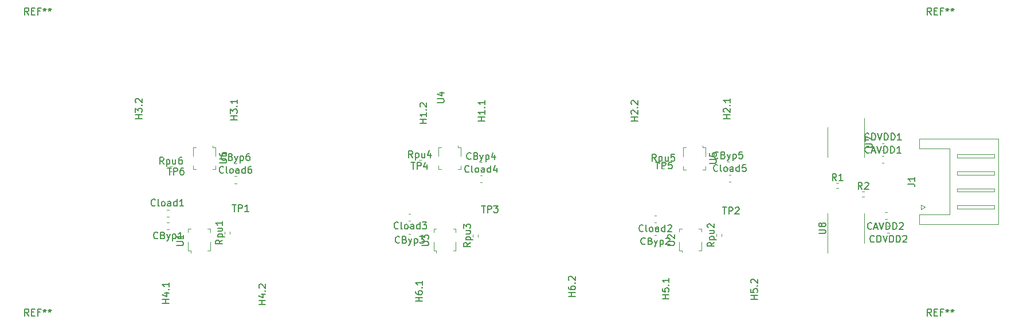
<source format=gbr>
%TF.GenerationSoftware,KiCad,Pcbnew,7.0.7*%
%TF.CreationDate,2024-01-12T20:40:26-05:00*%
%TF.ProjectId,new current sensor,6e657720-6375-4727-9265-6e742073656e,rev?*%
%TF.SameCoordinates,Original*%
%TF.FileFunction,Legend,Top*%
%TF.FilePolarity,Positive*%
%FSLAX46Y46*%
G04 Gerber Fmt 4.6, Leading zero omitted, Abs format (unit mm)*
G04 Created by KiCad (PCBNEW 7.0.7) date 2024-01-12 20:40:26*
%MOMM*%
%LPD*%
G01*
G04 APERTURE LIST*
%ADD10C,0.150000*%
%ADD11C,0.120000*%
G04 APERTURE END LIST*
D10*
X239966666Y-33854819D02*
X239633333Y-33378628D01*
X239395238Y-33854819D02*
X239395238Y-32854819D01*
X239395238Y-32854819D02*
X239776190Y-32854819D01*
X239776190Y-32854819D02*
X239871428Y-32902438D01*
X239871428Y-32902438D02*
X239919047Y-32950057D01*
X239919047Y-32950057D02*
X239966666Y-33045295D01*
X239966666Y-33045295D02*
X239966666Y-33188152D01*
X239966666Y-33188152D02*
X239919047Y-33283390D01*
X239919047Y-33283390D02*
X239871428Y-33331009D01*
X239871428Y-33331009D02*
X239776190Y-33378628D01*
X239776190Y-33378628D02*
X239395238Y-33378628D01*
X240395238Y-33331009D02*
X240728571Y-33331009D01*
X240871428Y-33854819D02*
X240395238Y-33854819D01*
X240395238Y-33854819D02*
X240395238Y-32854819D01*
X240395238Y-32854819D02*
X240871428Y-32854819D01*
X241633333Y-33331009D02*
X241300000Y-33331009D01*
X241300000Y-33854819D02*
X241300000Y-32854819D01*
X241300000Y-32854819D02*
X241776190Y-32854819D01*
X242300000Y-32854819D02*
X242300000Y-33092914D01*
X242061905Y-32997676D02*
X242300000Y-33092914D01*
X242300000Y-33092914D02*
X242538095Y-32997676D01*
X242157143Y-33283390D02*
X242300000Y-33092914D01*
X242300000Y-33092914D02*
X242442857Y-33283390D01*
X243061905Y-32854819D02*
X243061905Y-33092914D01*
X242823810Y-32997676D02*
X243061905Y-33092914D01*
X243061905Y-33092914D02*
X243300000Y-32997676D01*
X242919048Y-33283390D02*
X243061905Y-33092914D01*
X243061905Y-33092914D02*
X243204762Y-33283390D01*
X106616666Y-33854819D02*
X106283333Y-33378628D01*
X106045238Y-33854819D02*
X106045238Y-32854819D01*
X106045238Y-32854819D02*
X106426190Y-32854819D01*
X106426190Y-32854819D02*
X106521428Y-32902438D01*
X106521428Y-32902438D02*
X106569047Y-32950057D01*
X106569047Y-32950057D02*
X106616666Y-33045295D01*
X106616666Y-33045295D02*
X106616666Y-33188152D01*
X106616666Y-33188152D02*
X106569047Y-33283390D01*
X106569047Y-33283390D02*
X106521428Y-33331009D01*
X106521428Y-33331009D02*
X106426190Y-33378628D01*
X106426190Y-33378628D02*
X106045238Y-33378628D01*
X107045238Y-33331009D02*
X107378571Y-33331009D01*
X107521428Y-33854819D02*
X107045238Y-33854819D01*
X107045238Y-33854819D02*
X107045238Y-32854819D01*
X107045238Y-32854819D02*
X107521428Y-32854819D01*
X108283333Y-33331009D02*
X107950000Y-33331009D01*
X107950000Y-33854819D02*
X107950000Y-32854819D01*
X107950000Y-32854819D02*
X108426190Y-32854819D01*
X108950000Y-32854819D02*
X108950000Y-33092914D01*
X108711905Y-32997676D02*
X108950000Y-33092914D01*
X108950000Y-33092914D02*
X109188095Y-32997676D01*
X108807143Y-33283390D02*
X108950000Y-33092914D01*
X108950000Y-33092914D02*
X109092857Y-33283390D01*
X109711905Y-32854819D02*
X109711905Y-33092914D01*
X109473810Y-32997676D02*
X109711905Y-33092914D01*
X109711905Y-33092914D02*
X109950000Y-32997676D01*
X109569048Y-33283390D02*
X109711905Y-33092914D01*
X109711905Y-33092914D02*
X109854762Y-33283390D01*
X106616666Y-78304819D02*
X106283333Y-77828628D01*
X106045238Y-78304819D02*
X106045238Y-77304819D01*
X106045238Y-77304819D02*
X106426190Y-77304819D01*
X106426190Y-77304819D02*
X106521428Y-77352438D01*
X106521428Y-77352438D02*
X106569047Y-77400057D01*
X106569047Y-77400057D02*
X106616666Y-77495295D01*
X106616666Y-77495295D02*
X106616666Y-77638152D01*
X106616666Y-77638152D02*
X106569047Y-77733390D01*
X106569047Y-77733390D02*
X106521428Y-77781009D01*
X106521428Y-77781009D02*
X106426190Y-77828628D01*
X106426190Y-77828628D02*
X106045238Y-77828628D01*
X107045238Y-77781009D02*
X107378571Y-77781009D01*
X107521428Y-78304819D02*
X107045238Y-78304819D01*
X107045238Y-78304819D02*
X107045238Y-77304819D01*
X107045238Y-77304819D02*
X107521428Y-77304819D01*
X108283333Y-77781009D02*
X107950000Y-77781009D01*
X107950000Y-78304819D02*
X107950000Y-77304819D01*
X107950000Y-77304819D02*
X108426190Y-77304819D01*
X108950000Y-77304819D02*
X108950000Y-77542914D01*
X108711905Y-77447676D02*
X108950000Y-77542914D01*
X108950000Y-77542914D02*
X109188095Y-77447676D01*
X108807143Y-77733390D02*
X108950000Y-77542914D01*
X108950000Y-77542914D02*
X109092857Y-77733390D01*
X109711905Y-77304819D02*
X109711905Y-77542914D01*
X109473810Y-77447676D02*
X109711905Y-77542914D01*
X109711905Y-77542914D02*
X109950000Y-77447676D01*
X109569048Y-77733390D02*
X109711905Y-77542914D01*
X109711905Y-77542914D02*
X109854762Y-77733390D01*
X239966666Y-78304819D02*
X239633333Y-77828628D01*
X239395238Y-78304819D02*
X239395238Y-77304819D01*
X239395238Y-77304819D02*
X239776190Y-77304819D01*
X239776190Y-77304819D02*
X239871428Y-77352438D01*
X239871428Y-77352438D02*
X239919047Y-77400057D01*
X239919047Y-77400057D02*
X239966666Y-77495295D01*
X239966666Y-77495295D02*
X239966666Y-77638152D01*
X239966666Y-77638152D02*
X239919047Y-77733390D01*
X239919047Y-77733390D02*
X239871428Y-77781009D01*
X239871428Y-77781009D02*
X239776190Y-77828628D01*
X239776190Y-77828628D02*
X239395238Y-77828628D01*
X240395238Y-77781009D02*
X240728571Y-77781009D01*
X240871428Y-78304819D02*
X240395238Y-78304819D01*
X240395238Y-78304819D02*
X240395238Y-77304819D01*
X240395238Y-77304819D02*
X240871428Y-77304819D01*
X241633333Y-77781009D02*
X241300000Y-77781009D01*
X241300000Y-78304819D02*
X241300000Y-77304819D01*
X241300000Y-77304819D02*
X241776190Y-77304819D01*
X242300000Y-77304819D02*
X242300000Y-77542914D01*
X242061905Y-77447676D02*
X242300000Y-77542914D01*
X242300000Y-77542914D02*
X242538095Y-77447676D01*
X242157143Y-77733390D02*
X242300000Y-77542914D01*
X242300000Y-77542914D02*
X242442857Y-77733390D01*
X243061905Y-77304819D02*
X243061905Y-77542914D01*
X242823810Y-77447676D02*
X243061905Y-77542914D01*
X243061905Y-77542914D02*
X243300000Y-77447676D01*
X242919048Y-77733390D02*
X243061905Y-77542914D01*
X243061905Y-77542914D02*
X243204762Y-77733390D01*
X230234819Y-53466904D02*
X231044342Y-53466904D01*
X231044342Y-53466904D02*
X231139580Y-53419285D01*
X231139580Y-53419285D02*
X231187200Y-53371666D01*
X231187200Y-53371666D02*
X231234819Y-53276428D01*
X231234819Y-53276428D02*
X231234819Y-53085952D01*
X231234819Y-53085952D02*
X231187200Y-52990714D01*
X231187200Y-52990714D02*
X231139580Y-52943095D01*
X231139580Y-52943095D02*
X231044342Y-52895476D01*
X231044342Y-52895476D02*
X230234819Y-52895476D01*
X230234819Y-52514523D02*
X230234819Y-51847857D01*
X230234819Y-51847857D02*
X231234819Y-52276428D01*
X230722261Y-52269580D02*
X230674642Y-52317200D01*
X230674642Y-52317200D02*
X230531785Y-52364819D01*
X230531785Y-52364819D02*
X230436547Y-52364819D01*
X230436547Y-52364819D02*
X230293690Y-52317200D01*
X230293690Y-52317200D02*
X230198452Y-52221961D01*
X230198452Y-52221961D02*
X230150833Y-52126723D01*
X230150833Y-52126723D02*
X230103214Y-51936247D01*
X230103214Y-51936247D02*
X230103214Y-51793390D01*
X230103214Y-51793390D02*
X230150833Y-51602914D01*
X230150833Y-51602914D02*
X230198452Y-51507676D01*
X230198452Y-51507676D02*
X230293690Y-51412438D01*
X230293690Y-51412438D02*
X230436547Y-51364819D01*
X230436547Y-51364819D02*
X230531785Y-51364819D01*
X230531785Y-51364819D02*
X230674642Y-51412438D01*
X230674642Y-51412438D02*
X230722261Y-51460057D01*
X231150833Y-52364819D02*
X231150833Y-51364819D01*
X231150833Y-51364819D02*
X231388928Y-51364819D01*
X231388928Y-51364819D02*
X231531785Y-51412438D01*
X231531785Y-51412438D02*
X231627023Y-51507676D01*
X231627023Y-51507676D02*
X231674642Y-51602914D01*
X231674642Y-51602914D02*
X231722261Y-51793390D01*
X231722261Y-51793390D02*
X231722261Y-51936247D01*
X231722261Y-51936247D02*
X231674642Y-52126723D01*
X231674642Y-52126723D02*
X231627023Y-52221961D01*
X231627023Y-52221961D02*
X231531785Y-52317200D01*
X231531785Y-52317200D02*
X231388928Y-52364819D01*
X231388928Y-52364819D02*
X231150833Y-52364819D01*
X232007976Y-51364819D02*
X232341309Y-52364819D01*
X232341309Y-52364819D02*
X232674642Y-51364819D01*
X233007976Y-52364819D02*
X233007976Y-51364819D01*
X233007976Y-51364819D02*
X233246071Y-51364819D01*
X233246071Y-51364819D02*
X233388928Y-51412438D01*
X233388928Y-51412438D02*
X233484166Y-51507676D01*
X233484166Y-51507676D02*
X233531785Y-51602914D01*
X233531785Y-51602914D02*
X233579404Y-51793390D01*
X233579404Y-51793390D02*
X233579404Y-51936247D01*
X233579404Y-51936247D02*
X233531785Y-52126723D01*
X233531785Y-52126723D02*
X233484166Y-52221961D01*
X233484166Y-52221961D02*
X233388928Y-52317200D01*
X233388928Y-52317200D02*
X233246071Y-52364819D01*
X233246071Y-52364819D02*
X233007976Y-52364819D01*
X234007976Y-52364819D02*
X234007976Y-51364819D01*
X234007976Y-51364819D02*
X234246071Y-51364819D01*
X234246071Y-51364819D02*
X234388928Y-51412438D01*
X234388928Y-51412438D02*
X234484166Y-51507676D01*
X234484166Y-51507676D02*
X234531785Y-51602914D01*
X234531785Y-51602914D02*
X234579404Y-51793390D01*
X234579404Y-51793390D02*
X234579404Y-51936247D01*
X234579404Y-51936247D02*
X234531785Y-52126723D01*
X234531785Y-52126723D02*
X234484166Y-52221961D01*
X234484166Y-52221961D02*
X234388928Y-52317200D01*
X234388928Y-52317200D02*
X234246071Y-52364819D01*
X234246071Y-52364819D02*
X234007976Y-52364819D01*
X235531785Y-52364819D02*
X234960357Y-52364819D01*
X235246071Y-52364819D02*
X235246071Y-51364819D01*
X235246071Y-51364819D02*
X235150833Y-51507676D01*
X235150833Y-51507676D02*
X235055595Y-51602914D01*
X235055595Y-51602914D02*
X234960357Y-51650533D01*
X164704819Y-67941904D02*
X165514342Y-67941904D01*
X165514342Y-67941904D02*
X165609580Y-67894285D01*
X165609580Y-67894285D02*
X165657200Y-67846666D01*
X165657200Y-67846666D02*
X165704819Y-67751428D01*
X165704819Y-67751428D02*
X165704819Y-67560952D01*
X165704819Y-67560952D02*
X165657200Y-67465714D01*
X165657200Y-67465714D02*
X165609580Y-67418095D01*
X165609580Y-67418095D02*
X165514342Y-67370476D01*
X165514342Y-67370476D02*
X164704819Y-67370476D01*
X164704819Y-66989523D02*
X164704819Y-66370476D01*
X164704819Y-66370476D02*
X165085771Y-66703809D01*
X165085771Y-66703809D02*
X165085771Y-66560952D01*
X165085771Y-66560952D02*
X165133390Y-66465714D01*
X165133390Y-66465714D02*
X165181009Y-66418095D01*
X165181009Y-66418095D02*
X165276247Y-66370476D01*
X165276247Y-66370476D02*
X165514342Y-66370476D01*
X165514342Y-66370476D02*
X165609580Y-66418095D01*
X165609580Y-66418095D02*
X165657200Y-66465714D01*
X165657200Y-66465714D02*
X165704819Y-66560952D01*
X165704819Y-66560952D02*
X165704819Y-66846666D01*
X165704819Y-66846666D02*
X165657200Y-66941904D01*
X165657200Y-66941904D02*
X165609580Y-66989523D01*
X225930833Y-58339819D02*
X225597500Y-57863628D01*
X225359405Y-58339819D02*
X225359405Y-57339819D01*
X225359405Y-57339819D02*
X225740357Y-57339819D01*
X225740357Y-57339819D02*
X225835595Y-57387438D01*
X225835595Y-57387438D02*
X225883214Y-57435057D01*
X225883214Y-57435057D02*
X225930833Y-57530295D01*
X225930833Y-57530295D02*
X225930833Y-57673152D01*
X225930833Y-57673152D02*
X225883214Y-57768390D01*
X225883214Y-57768390D02*
X225835595Y-57816009D01*
X225835595Y-57816009D02*
X225740357Y-57863628D01*
X225740357Y-57863628D02*
X225359405Y-57863628D01*
X226883214Y-58339819D02*
X226311786Y-58339819D01*
X226597500Y-58339819D02*
X226597500Y-57339819D01*
X226597500Y-57339819D02*
X226502262Y-57482676D01*
X226502262Y-57482676D02*
X226407024Y-57577914D01*
X226407024Y-57577914D02*
X226311786Y-57625533D01*
X135234819Y-67118928D02*
X134758628Y-67452261D01*
X135234819Y-67690356D02*
X134234819Y-67690356D01*
X134234819Y-67690356D02*
X134234819Y-67309404D01*
X134234819Y-67309404D02*
X134282438Y-67214166D01*
X134282438Y-67214166D02*
X134330057Y-67166547D01*
X134330057Y-67166547D02*
X134425295Y-67118928D01*
X134425295Y-67118928D02*
X134568152Y-67118928D01*
X134568152Y-67118928D02*
X134663390Y-67166547D01*
X134663390Y-67166547D02*
X134711009Y-67214166D01*
X134711009Y-67214166D02*
X134758628Y-67309404D01*
X134758628Y-67309404D02*
X134758628Y-67690356D01*
X134568152Y-66690356D02*
X135568152Y-66690356D01*
X134615771Y-66690356D02*
X134568152Y-66595118D01*
X134568152Y-66595118D02*
X134568152Y-66404642D01*
X134568152Y-66404642D02*
X134615771Y-66309404D01*
X134615771Y-66309404D02*
X134663390Y-66261785D01*
X134663390Y-66261785D02*
X134758628Y-66214166D01*
X134758628Y-66214166D02*
X135044342Y-66214166D01*
X135044342Y-66214166D02*
X135139580Y-66261785D01*
X135139580Y-66261785D02*
X135187200Y-66309404D01*
X135187200Y-66309404D02*
X135234819Y-66404642D01*
X135234819Y-66404642D02*
X135234819Y-66595118D01*
X135234819Y-66595118D02*
X135187200Y-66690356D01*
X134568152Y-65357023D02*
X135234819Y-65357023D01*
X134568152Y-65785594D02*
X135091961Y-65785594D01*
X135091961Y-65785594D02*
X135187200Y-65737975D01*
X135187200Y-65737975D02*
X135234819Y-65642737D01*
X135234819Y-65642737D02*
X135234819Y-65499880D01*
X135234819Y-65499880D02*
X135187200Y-65404642D01*
X135187200Y-65404642D02*
X135139580Y-65357023D01*
X135234819Y-64357023D02*
X135234819Y-64928451D01*
X135234819Y-64642737D02*
X134234819Y-64642737D01*
X134234819Y-64642737D02*
X134377676Y-64737975D01*
X134377676Y-64737975D02*
X134472914Y-64833213D01*
X134472914Y-64833213D02*
X134520533Y-64928451D01*
X136687234Y-61909619D02*
X137258662Y-61909619D01*
X136972948Y-62909619D02*
X136972948Y-61909619D01*
X137591996Y-62909619D02*
X137591996Y-61909619D01*
X137591996Y-61909619D02*
X137972948Y-61909619D01*
X137972948Y-61909619D02*
X138068186Y-61957238D01*
X138068186Y-61957238D02*
X138115805Y-62004857D01*
X138115805Y-62004857D02*
X138163424Y-62100095D01*
X138163424Y-62100095D02*
X138163424Y-62242952D01*
X138163424Y-62242952D02*
X138115805Y-62338190D01*
X138115805Y-62338190D02*
X138068186Y-62385809D01*
X138068186Y-62385809D02*
X137972948Y-62433428D01*
X137972948Y-62433428D02*
X137591996Y-62433428D01*
X139115805Y-62909619D02*
X138544377Y-62909619D01*
X138830091Y-62909619D02*
X138830091Y-61909619D01*
X138830091Y-61909619D02*
X138734853Y-62052476D01*
X138734853Y-62052476D02*
X138639615Y-62147714D01*
X138639615Y-62147714D02*
X138544377Y-62195333D01*
X164768216Y-76174286D02*
X163768216Y-76174286D01*
X164244406Y-76174286D02*
X164244406Y-75602858D01*
X164768216Y-75602858D02*
X163768216Y-75602858D01*
X163768216Y-74698096D02*
X163768216Y-74888572D01*
X163768216Y-74888572D02*
X163815835Y-74983810D01*
X163815835Y-74983810D02*
X163863454Y-75031429D01*
X163863454Y-75031429D02*
X164006311Y-75126667D01*
X164006311Y-75126667D02*
X164196787Y-75174286D01*
X164196787Y-75174286D02*
X164577739Y-75174286D01*
X164577739Y-75174286D02*
X164672977Y-75126667D01*
X164672977Y-75126667D02*
X164720597Y-75079048D01*
X164720597Y-75079048D02*
X164768216Y-74983810D01*
X164768216Y-74983810D02*
X164768216Y-74793334D01*
X164768216Y-74793334D02*
X164720597Y-74698096D01*
X164720597Y-74698096D02*
X164672977Y-74650477D01*
X164672977Y-74650477D02*
X164577739Y-74602858D01*
X164577739Y-74602858D02*
X164339644Y-74602858D01*
X164339644Y-74602858D02*
X164244406Y-74650477D01*
X164244406Y-74650477D02*
X164196787Y-74698096D01*
X164196787Y-74698096D02*
X164149168Y-74793334D01*
X164149168Y-74793334D02*
X164149168Y-74983810D01*
X164149168Y-74983810D02*
X164196787Y-75079048D01*
X164196787Y-75079048D02*
X164244406Y-75126667D01*
X164244406Y-75126667D02*
X164339644Y-75174286D01*
X164672977Y-74174286D02*
X164720597Y-74126667D01*
X164720597Y-74126667D02*
X164768216Y-74174286D01*
X164768216Y-74174286D02*
X164720597Y-74221905D01*
X164720597Y-74221905D02*
X164672977Y-74174286D01*
X164672977Y-74174286D02*
X164768216Y-74174286D01*
X164768216Y-73174287D02*
X164768216Y-73745715D01*
X164768216Y-73460001D02*
X163768216Y-73460001D01*
X163768216Y-73460001D02*
X163911073Y-73555239D01*
X163911073Y-73555239D02*
X164006311Y-73650477D01*
X164006311Y-73650477D02*
X164053930Y-73745715D01*
X214279819Y-75876189D02*
X213279819Y-75876189D01*
X213756009Y-75876189D02*
X213756009Y-75304761D01*
X214279819Y-75304761D02*
X213279819Y-75304761D01*
X213279819Y-74352380D02*
X213279819Y-74828570D01*
X213279819Y-74828570D02*
X213756009Y-74876189D01*
X213756009Y-74876189D02*
X213708390Y-74828570D01*
X213708390Y-74828570D02*
X213660771Y-74733332D01*
X213660771Y-74733332D02*
X213660771Y-74495237D01*
X213660771Y-74495237D02*
X213708390Y-74399999D01*
X213708390Y-74399999D02*
X213756009Y-74352380D01*
X213756009Y-74352380D02*
X213851247Y-74304761D01*
X213851247Y-74304761D02*
X214089342Y-74304761D01*
X214089342Y-74304761D02*
X214184580Y-74352380D01*
X214184580Y-74352380D02*
X214232200Y-74399999D01*
X214232200Y-74399999D02*
X214279819Y-74495237D01*
X214279819Y-74495237D02*
X214279819Y-74733332D01*
X214279819Y-74733332D02*
X214232200Y-74828570D01*
X214232200Y-74828570D02*
X214184580Y-74876189D01*
X214184580Y-73876189D02*
X214232200Y-73828570D01*
X214232200Y-73828570D02*
X214279819Y-73876189D01*
X214279819Y-73876189D02*
X214232200Y-73923808D01*
X214232200Y-73923808D02*
X214184580Y-73876189D01*
X214184580Y-73876189D02*
X214279819Y-73876189D01*
X213375057Y-73447618D02*
X213327438Y-73399999D01*
X213327438Y-73399999D02*
X213279819Y-73304761D01*
X213279819Y-73304761D02*
X213279819Y-73066666D01*
X213279819Y-73066666D02*
X213327438Y-72971428D01*
X213327438Y-72971428D02*
X213375057Y-72923809D01*
X213375057Y-72923809D02*
X213470295Y-72876190D01*
X213470295Y-72876190D02*
X213565533Y-72876190D01*
X213565533Y-72876190D02*
X213708390Y-72923809D01*
X213708390Y-72923809D02*
X214279819Y-73495237D01*
X214279819Y-73495237D02*
X214279819Y-72876190D01*
X230793690Y-54174580D02*
X230746071Y-54222200D01*
X230746071Y-54222200D02*
X230603214Y-54269819D01*
X230603214Y-54269819D02*
X230507976Y-54269819D01*
X230507976Y-54269819D02*
X230365119Y-54222200D01*
X230365119Y-54222200D02*
X230269881Y-54126961D01*
X230269881Y-54126961D02*
X230222262Y-54031723D01*
X230222262Y-54031723D02*
X230174643Y-53841247D01*
X230174643Y-53841247D02*
X230174643Y-53698390D01*
X230174643Y-53698390D02*
X230222262Y-53507914D01*
X230222262Y-53507914D02*
X230269881Y-53412676D01*
X230269881Y-53412676D02*
X230365119Y-53317438D01*
X230365119Y-53317438D02*
X230507976Y-53269819D01*
X230507976Y-53269819D02*
X230603214Y-53269819D01*
X230603214Y-53269819D02*
X230746071Y-53317438D01*
X230746071Y-53317438D02*
X230793690Y-53365057D01*
X231174643Y-53984104D02*
X231650833Y-53984104D01*
X231079405Y-54269819D02*
X231412738Y-53269819D01*
X231412738Y-53269819D02*
X231746071Y-54269819D01*
X231936548Y-53269819D02*
X232269881Y-54269819D01*
X232269881Y-54269819D02*
X232603214Y-53269819D01*
X232936548Y-54269819D02*
X232936548Y-53269819D01*
X232936548Y-53269819D02*
X233174643Y-53269819D01*
X233174643Y-53269819D02*
X233317500Y-53317438D01*
X233317500Y-53317438D02*
X233412738Y-53412676D01*
X233412738Y-53412676D02*
X233460357Y-53507914D01*
X233460357Y-53507914D02*
X233507976Y-53698390D01*
X233507976Y-53698390D02*
X233507976Y-53841247D01*
X233507976Y-53841247D02*
X233460357Y-54031723D01*
X233460357Y-54031723D02*
X233412738Y-54126961D01*
X233412738Y-54126961D02*
X233317500Y-54222200D01*
X233317500Y-54222200D02*
X233174643Y-54269819D01*
X233174643Y-54269819D02*
X232936548Y-54269819D01*
X233936548Y-54269819D02*
X233936548Y-53269819D01*
X233936548Y-53269819D02*
X234174643Y-53269819D01*
X234174643Y-53269819D02*
X234317500Y-53317438D01*
X234317500Y-53317438D02*
X234412738Y-53412676D01*
X234412738Y-53412676D02*
X234460357Y-53507914D01*
X234460357Y-53507914D02*
X234507976Y-53698390D01*
X234507976Y-53698390D02*
X234507976Y-53841247D01*
X234507976Y-53841247D02*
X234460357Y-54031723D01*
X234460357Y-54031723D02*
X234412738Y-54126961D01*
X234412738Y-54126961D02*
X234317500Y-54222200D01*
X234317500Y-54222200D02*
X234174643Y-54269819D01*
X234174643Y-54269819D02*
X233936548Y-54269819D01*
X235460357Y-54269819D02*
X234888929Y-54269819D01*
X235174643Y-54269819D02*
X235174643Y-53269819D01*
X235174643Y-53269819D02*
X235079405Y-53412676D01*
X235079405Y-53412676D02*
X234984167Y-53507914D01*
X234984167Y-53507914D02*
X234888929Y-53555533D01*
X134819714Y-55736799D02*
X135629237Y-55736799D01*
X135629237Y-55736799D02*
X135724475Y-55689180D01*
X135724475Y-55689180D02*
X135772095Y-55641561D01*
X135772095Y-55641561D02*
X135819714Y-55546323D01*
X135819714Y-55546323D02*
X135819714Y-55355847D01*
X135819714Y-55355847D02*
X135772095Y-55260609D01*
X135772095Y-55260609D02*
X135724475Y-55212990D01*
X135724475Y-55212990D02*
X135629237Y-55165371D01*
X135629237Y-55165371D02*
X134819714Y-55165371D01*
X134819714Y-54260609D02*
X134819714Y-54451085D01*
X134819714Y-54451085D02*
X134867333Y-54546323D01*
X134867333Y-54546323D02*
X134914952Y-54593942D01*
X134914952Y-54593942D02*
X135057809Y-54689180D01*
X135057809Y-54689180D02*
X135248285Y-54736799D01*
X135248285Y-54736799D02*
X135629237Y-54736799D01*
X135629237Y-54736799D02*
X135724475Y-54689180D01*
X135724475Y-54689180D02*
X135772095Y-54641561D01*
X135772095Y-54641561D02*
X135819714Y-54546323D01*
X135819714Y-54546323D02*
X135819714Y-54355847D01*
X135819714Y-54355847D02*
X135772095Y-54260609D01*
X135772095Y-54260609D02*
X135724475Y-54212990D01*
X135724475Y-54212990D02*
X135629237Y-54165371D01*
X135629237Y-54165371D02*
X135391142Y-54165371D01*
X135391142Y-54165371D02*
X135295904Y-54212990D01*
X135295904Y-54212990D02*
X135248285Y-54260609D01*
X135248285Y-54260609D02*
X135200666Y-54355847D01*
X135200666Y-54355847D02*
X135200666Y-54546323D01*
X135200666Y-54546323D02*
X135248285Y-54641561D01*
X135248285Y-54641561D02*
X135295904Y-54689180D01*
X135295904Y-54689180D02*
X135391142Y-54736799D01*
X229740833Y-59609819D02*
X229407500Y-59133628D01*
X229169405Y-59609819D02*
X229169405Y-58609819D01*
X229169405Y-58609819D02*
X229550357Y-58609819D01*
X229550357Y-58609819D02*
X229645595Y-58657438D01*
X229645595Y-58657438D02*
X229693214Y-58705057D01*
X229693214Y-58705057D02*
X229740833Y-58800295D01*
X229740833Y-58800295D02*
X229740833Y-58943152D01*
X229740833Y-58943152D02*
X229693214Y-59038390D01*
X229693214Y-59038390D02*
X229645595Y-59086009D01*
X229645595Y-59086009D02*
X229550357Y-59133628D01*
X229550357Y-59133628D02*
X229169405Y-59133628D01*
X230121786Y-58705057D02*
X230169405Y-58657438D01*
X230169405Y-58657438D02*
X230264643Y-58609819D01*
X230264643Y-58609819D02*
X230502738Y-58609819D01*
X230502738Y-58609819D02*
X230597976Y-58657438D01*
X230597976Y-58657438D02*
X230645595Y-58705057D01*
X230645595Y-58705057D02*
X230693214Y-58800295D01*
X230693214Y-58800295D02*
X230693214Y-58895533D01*
X230693214Y-58895533D02*
X230645595Y-59038390D01*
X230645595Y-59038390D02*
X230074167Y-59609819D01*
X230074167Y-59609819D02*
X230693214Y-59609819D01*
X187348216Y-75474286D02*
X186348216Y-75474286D01*
X186824406Y-75474286D02*
X186824406Y-74902858D01*
X187348216Y-74902858D02*
X186348216Y-74902858D01*
X186348216Y-73998096D02*
X186348216Y-74188572D01*
X186348216Y-74188572D02*
X186395835Y-74283810D01*
X186395835Y-74283810D02*
X186443454Y-74331429D01*
X186443454Y-74331429D02*
X186586311Y-74426667D01*
X186586311Y-74426667D02*
X186776787Y-74474286D01*
X186776787Y-74474286D02*
X187157739Y-74474286D01*
X187157739Y-74474286D02*
X187252977Y-74426667D01*
X187252977Y-74426667D02*
X187300597Y-74379048D01*
X187300597Y-74379048D02*
X187348216Y-74283810D01*
X187348216Y-74283810D02*
X187348216Y-74093334D01*
X187348216Y-74093334D02*
X187300597Y-73998096D01*
X187300597Y-73998096D02*
X187252977Y-73950477D01*
X187252977Y-73950477D02*
X187157739Y-73902858D01*
X187157739Y-73902858D02*
X186919644Y-73902858D01*
X186919644Y-73902858D02*
X186824406Y-73950477D01*
X186824406Y-73950477D02*
X186776787Y-73998096D01*
X186776787Y-73998096D02*
X186729168Y-74093334D01*
X186729168Y-74093334D02*
X186729168Y-74283810D01*
X186729168Y-74283810D02*
X186776787Y-74379048D01*
X186776787Y-74379048D02*
X186824406Y-74426667D01*
X186824406Y-74426667D02*
X186919644Y-74474286D01*
X187252977Y-73474286D02*
X187300597Y-73426667D01*
X187300597Y-73426667D02*
X187348216Y-73474286D01*
X187348216Y-73474286D02*
X187300597Y-73521905D01*
X187300597Y-73521905D02*
X187252977Y-73474286D01*
X187252977Y-73474286D02*
X187348216Y-73474286D01*
X186443454Y-73045715D02*
X186395835Y-72998096D01*
X186395835Y-72998096D02*
X186348216Y-72902858D01*
X186348216Y-72902858D02*
X186348216Y-72664763D01*
X186348216Y-72664763D02*
X186395835Y-72569525D01*
X186395835Y-72569525D02*
X186443454Y-72521906D01*
X186443454Y-72521906D02*
X186538692Y-72474287D01*
X186538692Y-72474287D02*
X186633930Y-72474287D01*
X186633930Y-72474287D02*
X186776787Y-72521906D01*
X186776787Y-72521906D02*
X187348216Y-73093334D01*
X187348216Y-73093334D02*
X187348216Y-72474287D01*
X128454819Y-67941904D02*
X129264342Y-67941904D01*
X129264342Y-67941904D02*
X129359580Y-67894285D01*
X129359580Y-67894285D02*
X129407200Y-67846666D01*
X129407200Y-67846666D02*
X129454819Y-67751428D01*
X129454819Y-67751428D02*
X129454819Y-67560952D01*
X129454819Y-67560952D02*
X129407200Y-67465714D01*
X129407200Y-67465714D02*
X129359580Y-67418095D01*
X129359580Y-67418095D02*
X129264342Y-67370476D01*
X129264342Y-67370476D02*
X128454819Y-67370476D01*
X129454819Y-66370476D02*
X129454819Y-66941904D01*
X129454819Y-66656190D02*
X128454819Y-66656190D01*
X128454819Y-66656190D02*
X128597676Y-66751428D01*
X128597676Y-66751428D02*
X128692914Y-66846666D01*
X128692914Y-66846666D02*
X128740533Y-66941904D01*
X201004819Y-67891904D02*
X201814342Y-67891904D01*
X201814342Y-67891904D02*
X201909580Y-67844285D01*
X201909580Y-67844285D02*
X201957200Y-67796666D01*
X201957200Y-67796666D02*
X202004819Y-67701428D01*
X202004819Y-67701428D02*
X202004819Y-67510952D01*
X202004819Y-67510952D02*
X201957200Y-67415714D01*
X201957200Y-67415714D02*
X201909580Y-67368095D01*
X201909580Y-67368095D02*
X201814342Y-67320476D01*
X201814342Y-67320476D02*
X201004819Y-67320476D01*
X201100057Y-66891904D02*
X201052438Y-66844285D01*
X201052438Y-66844285D02*
X201004819Y-66749047D01*
X201004819Y-66749047D02*
X201004819Y-66510952D01*
X201004819Y-66510952D02*
X201052438Y-66415714D01*
X201052438Y-66415714D02*
X201100057Y-66368095D01*
X201100057Y-66368095D02*
X201195295Y-66320476D01*
X201195295Y-66320476D02*
X201290533Y-66320476D01*
X201290533Y-66320476D02*
X201433390Y-66368095D01*
X201433390Y-66368095D02*
X202004819Y-66939523D01*
X202004819Y-66939523D02*
X202004819Y-66320476D01*
X125301785Y-62004580D02*
X125254166Y-62052200D01*
X125254166Y-62052200D02*
X125111309Y-62099819D01*
X125111309Y-62099819D02*
X125016071Y-62099819D01*
X125016071Y-62099819D02*
X124873214Y-62052200D01*
X124873214Y-62052200D02*
X124777976Y-61956961D01*
X124777976Y-61956961D02*
X124730357Y-61861723D01*
X124730357Y-61861723D02*
X124682738Y-61671247D01*
X124682738Y-61671247D02*
X124682738Y-61528390D01*
X124682738Y-61528390D02*
X124730357Y-61337914D01*
X124730357Y-61337914D02*
X124777976Y-61242676D01*
X124777976Y-61242676D02*
X124873214Y-61147438D01*
X124873214Y-61147438D02*
X125016071Y-61099819D01*
X125016071Y-61099819D02*
X125111309Y-61099819D01*
X125111309Y-61099819D02*
X125254166Y-61147438D01*
X125254166Y-61147438D02*
X125301785Y-61195057D01*
X125873214Y-62099819D02*
X125777976Y-62052200D01*
X125777976Y-62052200D02*
X125730357Y-61956961D01*
X125730357Y-61956961D02*
X125730357Y-61099819D01*
X126397024Y-62099819D02*
X126301786Y-62052200D01*
X126301786Y-62052200D02*
X126254167Y-62004580D01*
X126254167Y-62004580D02*
X126206548Y-61909342D01*
X126206548Y-61909342D02*
X126206548Y-61623628D01*
X126206548Y-61623628D02*
X126254167Y-61528390D01*
X126254167Y-61528390D02*
X126301786Y-61480771D01*
X126301786Y-61480771D02*
X126397024Y-61433152D01*
X126397024Y-61433152D02*
X126539881Y-61433152D01*
X126539881Y-61433152D02*
X126635119Y-61480771D01*
X126635119Y-61480771D02*
X126682738Y-61528390D01*
X126682738Y-61528390D02*
X126730357Y-61623628D01*
X126730357Y-61623628D02*
X126730357Y-61909342D01*
X126730357Y-61909342D02*
X126682738Y-62004580D01*
X126682738Y-62004580D02*
X126635119Y-62052200D01*
X126635119Y-62052200D02*
X126539881Y-62099819D01*
X126539881Y-62099819D02*
X126397024Y-62099819D01*
X127587500Y-62099819D02*
X127587500Y-61576009D01*
X127587500Y-61576009D02*
X127539881Y-61480771D01*
X127539881Y-61480771D02*
X127444643Y-61433152D01*
X127444643Y-61433152D02*
X127254167Y-61433152D01*
X127254167Y-61433152D02*
X127158929Y-61480771D01*
X127587500Y-62052200D02*
X127492262Y-62099819D01*
X127492262Y-62099819D02*
X127254167Y-62099819D01*
X127254167Y-62099819D02*
X127158929Y-62052200D01*
X127158929Y-62052200D02*
X127111310Y-61956961D01*
X127111310Y-61956961D02*
X127111310Y-61861723D01*
X127111310Y-61861723D02*
X127158929Y-61766485D01*
X127158929Y-61766485D02*
X127254167Y-61718866D01*
X127254167Y-61718866D02*
X127492262Y-61718866D01*
X127492262Y-61718866D02*
X127587500Y-61671247D01*
X128492262Y-62099819D02*
X128492262Y-61099819D01*
X128492262Y-62052200D02*
X128397024Y-62099819D01*
X128397024Y-62099819D02*
X128206548Y-62099819D01*
X128206548Y-62099819D02*
X128111310Y-62052200D01*
X128111310Y-62052200D02*
X128063691Y-62004580D01*
X128063691Y-62004580D02*
X128016072Y-61909342D01*
X128016072Y-61909342D02*
X128016072Y-61623628D01*
X128016072Y-61623628D02*
X128063691Y-61528390D01*
X128063691Y-61528390D02*
X128111310Y-61480771D01*
X128111310Y-61480771D02*
X128206548Y-61433152D01*
X128206548Y-61433152D02*
X128397024Y-61433152D01*
X128397024Y-61433152D02*
X128492262Y-61480771D01*
X129492262Y-62099819D02*
X128920834Y-62099819D01*
X129206548Y-62099819D02*
X129206548Y-61099819D01*
X129206548Y-61099819D02*
X129111310Y-61242676D01*
X129111310Y-61242676D02*
X129016072Y-61337914D01*
X129016072Y-61337914D02*
X128920834Y-61385533D01*
X161201785Y-65384580D02*
X161154166Y-65432200D01*
X161154166Y-65432200D02*
X161011309Y-65479819D01*
X161011309Y-65479819D02*
X160916071Y-65479819D01*
X160916071Y-65479819D02*
X160773214Y-65432200D01*
X160773214Y-65432200D02*
X160677976Y-65336961D01*
X160677976Y-65336961D02*
X160630357Y-65241723D01*
X160630357Y-65241723D02*
X160582738Y-65051247D01*
X160582738Y-65051247D02*
X160582738Y-64908390D01*
X160582738Y-64908390D02*
X160630357Y-64717914D01*
X160630357Y-64717914D02*
X160677976Y-64622676D01*
X160677976Y-64622676D02*
X160773214Y-64527438D01*
X160773214Y-64527438D02*
X160916071Y-64479819D01*
X160916071Y-64479819D02*
X161011309Y-64479819D01*
X161011309Y-64479819D02*
X161154166Y-64527438D01*
X161154166Y-64527438D02*
X161201785Y-64575057D01*
X161773214Y-65479819D02*
X161677976Y-65432200D01*
X161677976Y-65432200D02*
X161630357Y-65336961D01*
X161630357Y-65336961D02*
X161630357Y-64479819D01*
X162297024Y-65479819D02*
X162201786Y-65432200D01*
X162201786Y-65432200D02*
X162154167Y-65384580D01*
X162154167Y-65384580D02*
X162106548Y-65289342D01*
X162106548Y-65289342D02*
X162106548Y-65003628D01*
X162106548Y-65003628D02*
X162154167Y-64908390D01*
X162154167Y-64908390D02*
X162201786Y-64860771D01*
X162201786Y-64860771D02*
X162297024Y-64813152D01*
X162297024Y-64813152D02*
X162439881Y-64813152D01*
X162439881Y-64813152D02*
X162535119Y-64860771D01*
X162535119Y-64860771D02*
X162582738Y-64908390D01*
X162582738Y-64908390D02*
X162630357Y-65003628D01*
X162630357Y-65003628D02*
X162630357Y-65289342D01*
X162630357Y-65289342D02*
X162582738Y-65384580D01*
X162582738Y-65384580D02*
X162535119Y-65432200D01*
X162535119Y-65432200D02*
X162439881Y-65479819D01*
X162439881Y-65479819D02*
X162297024Y-65479819D01*
X163487500Y-65479819D02*
X163487500Y-64956009D01*
X163487500Y-64956009D02*
X163439881Y-64860771D01*
X163439881Y-64860771D02*
X163344643Y-64813152D01*
X163344643Y-64813152D02*
X163154167Y-64813152D01*
X163154167Y-64813152D02*
X163058929Y-64860771D01*
X163487500Y-65432200D02*
X163392262Y-65479819D01*
X163392262Y-65479819D02*
X163154167Y-65479819D01*
X163154167Y-65479819D02*
X163058929Y-65432200D01*
X163058929Y-65432200D02*
X163011310Y-65336961D01*
X163011310Y-65336961D02*
X163011310Y-65241723D01*
X163011310Y-65241723D02*
X163058929Y-65146485D01*
X163058929Y-65146485D02*
X163154167Y-65098866D01*
X163154167Y-65098866D02*
X163392262Y-65098866D01*
X163392262Y-65098866D02*
X163487500Y-65051247D01*
X164392262Y-65479819D02*
X164392262Y-64479819D01*
X164392262Y-65432200D02*
X164297024Y-65479819D01*
X164297024Y-65479819D02*
X164106548Y-65479819D01*
X164106548Y-65479819D02*
X164011310Y-65432200D01*
X164011310Y-65432200D02*
X163963691Y-65384580D01*
X163963691Y-65384580D02*
X163916072Y-65289342D01*
X163916072Y-65289342D02*
X163916072Y-65003628D01*
X163916072Y-65003628D02*
X163963691Y-64908390D01*
X163963691Y-64908390D02*
X164011310Y-64860771D01*
X164011310Y-64860771D02*
X164106548Y-64813152D01*
X164106548Y-64813152D02*
X164297024Y-64813152D01*
X164297024Y-64813152D02*
X164392262Y-64860771D01*
X164773215Y-64479819D02*
X165392262Y-64479819D01*
X165392262Y-64479819D02*
X165058929Y-64860771D01*
X165058929Y-64860771D02*
X165201786Y-64860771D01*
X165201786Y-64860771D02*
X165297024Y-64908390D01*
X165297024Y-64908390D02*
X165344643Y-64956009D01*
X165344643Y-64956009D02*
X165392262Y-65051247D01*
X165392262Y-65051247D02*
X165392262Y-65289342D01*
X165392262Y-65289342D02*
X165344643Y-65384580D01*
X165344643Y-65384580D02*
X165297024Y-65432200D01*
X165297024Y-65432200D02*
X165201786Y-65479819D01*
X165201786Y-65479819D02*
X164916072Y-65479819D01*
X164916072Y-65479819D02*
X164820834Y-65432200D01*
X164820834Y-65432200D02*
X164773215Y-65384580D01*
X163098095Y-55659819D02*
X163669523Y-55659819D01*
X163383809Y-56659819D02*
X163383809Y-55659819D01*
X164002857Y-56659819D02*
X164002857Y-55659819D01*
X164002857Y-55659819D02*
X164383809Y-55659819D01*
X164383809Y-55659819D02*
X164479047Y-55707438D01*
X164479047Y-55707438D02*
X164526666Y-55755057D01*
X164526666Y-55755057D02*
X164574285Y-55850295D01*
X164574285Y-55850295D02*
X164574285Y-55993152D01*
X164574285Y-55993152D02*
X164526666Y-56088390D01*
X164526666Y-56088390D02*
X164479047Y-56136009D01*
X164479047Y-56136009D02*
X164383809Y-56183628D01*
X164383809Y-56183628D02*
X164002857Y-56183628D01*
X165431428Y-55993152D02*
X165431428Y-56659819D01*
X165193333Y-55612200D02*
X164955238Y-56326485D01*
X164955238Y-56326485D02*
X165574285Y-56326485D01*
X127353958Y-76430989D02*
X126353958Y-76430989D01*
X126830148Y-76430989D02*
X126830148Y-75859561D01*
X127353958Y-75859561D02*
X126353958Y-75859561D01*
X126687291Y-74954799D02*
X127353958Y-74954799D01*
X126306339Y-75192894D02*
X127020624Y-75430989D01*
X127020624Y-75430989D02*
X127020624Y-74811942D01*
X127258719Y-74430989D02*
X127306339Y-74383370D01*
X127306339Y-74383370D02*
X127353958Y-74430989D01*
X127353958Y-74430989D02*
X127306339Y-74478608D01*
X127306339Y-74478608D02*
X127258719Y-74430989D01*
X127258719Y-74430989D02*
X127353958Y-74430989D01*
X127353958Y-73430990D02*
X127353958Y-74002418D01*
X127353958Y-73716704D02*
X126353958Y-73716704D01*
X126353958Y-73716704D02*
X126496815Y-73811942D01*
X126496815Y-73811942D02*
X126592053Y-73907180D01*
X126592053Y-73907180D02*
X126639672Y-74002418D01*
X196604819Y-49526189D02*
X195604819Y-49526189D01*
X196081009Y-49526189D02*
X196081009Y-48954761D01*
X196604819Y-48954761D02*
X195604819Y-48954761D01*
X195700057Y-48526189D02*
X195652438Y-48478570D01*
X195652438Y-48478570D02*
X195604819Y-48383332D01*
X195604819Y-48383332D02*
X195604819Y-48145237D01*
X195604819Y-48145237D02*
X195652438Y-48049999D01*
X195652438Y-48049999D02*
X195700057Y-48002380D01*
X195700057Y-48002380D02*
X195795295Y-47954761D01*
X195795295Y-47954761D02*
X195890533Y-47954761D01*
X195890533Y-47954761D02*
X196033390Y-48002380D01*
X196033390Y-48002380D02*
X196604819Y-48573808D01*
X196604819Y-48573808D02*
X196604819Y-47954761D01*
X196509580Y-47526189D02*
X196557200Y-47478570D01*
X196557200Y-47478570D02*
X196604819Y-47526189D01*
X196604819Y-47526189D02*
X196557200Y-47573808D01*
X196557200Y-47573808D02*
X196509580Y-47526189D01*
X196509580Y-47526189D02*
X196604819Y-47526189D01*
X195700057Y-47097618D02*
X195652438Y-47049999D01*
X195652438Y-47049999D02*
X195604819Y-46954761D01*
X195604819Y-46954761D02*
X195604819Y-46716666D01*
X195604819Y-46716666D02*
X195652438Y-46621428D01*
X195652438Y-46621428D02*
X195700057Y-46573809D01*
X195700057Y-46573809D02*
X195795295Y-46526190D01*
X195795295Y-46526190D02*
X195890533Y-46526190D01*
X195890533Y-46526190D02*
X196033390Y-46573809D01*
X196033390Y-46573809D02*
X196604819Y-47145237D01*
X196604819Y-47145237D02*
X196604819Y-46526190D01*
X173501492Y-62052916D02*
X174072920Y-62052916D01*
X173787206Y-63052916D02*
X173787206Y-62052916D01*
X174406254Y-63052916D02*
X174406254Y-62052916D01*
X174406254Y-62052916D02*
X174787206Y-62052916D01*
X174787206Y-62052916D02*
X174882444Y-62100535D01*
X174882444Y-62100535D02*
X174930063Y-62148154D01*
X174930063Y-62148154D02*
X174977682Y-62243392D01*
X174977682Y-62243392D02*
X174977682Y-62386249D01*
X174977682Y-62386249D02*
X174930063Y-62481487D01*
X174930063Y-62481487D02*
X174882444Y-62529106D01*
X174882444Y-62529106D02*
X174787206Y-62576725D01*
X174787206Y-62576725D02*
X174406254Y-62576725D01*
X175311016Y-62052916D02*
X175930063Y-62052916D01*
X175930063Y-62052916D02*
X175596730Y-62433868D01*
X175596730Y-62433868D02*
X175739587Y-62433868D01*
X175739587Y-62433868D02*
X175834825Y-62481487D01*
X175834825Y-62481487D02*
X175882444Y-62529106D01*
X175882444Y-62529106D02*
X175930063Y-62624344D01*
X175930063Y-62624344D02*
X175930063Y-62862439D01*
X175930063Y-62862439D02*
X175882444Y-62957677D01*
X175882444Y-62957677D02*
X175834825Y-63005297D01*
X175834825Y-63005297D02*
X175739587Y-63052916D01*
X175739587Y-63052916D02*
X175453873Y-63052916D01*
X175453873Y-63052916D02*
X175358635Y-63005297D01*
X175358635Y-63005297D02*
X175311016Y-62957677D01*
X161387499Y-67489580D02*
X161339880Y-67537200D01*
X161339880Y-67537200D02*
X161197023Y-67584819D01*
X161197023Y-67584819D02*
X161101785Y-67584819D01*
X161101785Y-67584819D02*
X160958928Y-67537200D01*
X160958928Y-67537200D02*
X160863690Y-67441961D01*
X160863690Y-67441961D02*
X160816071Y-67346723D01*
X160816071Y-67346723D02*
X160768452Y-67156247D01*
X160768452Y-67156247D02*
X160768452Y-67013390D01*
X160768452Y-67013390D02*
X160816071Y-66822914D01*
X160816071Y-66822914D02*
X160863690Y-66727676D01*
X160863690Y-66727676D02*
X160958928Y-66632438D01*
X160958928Y-66632438D02*
X161101785Y-66584819D01*
X161101785Y-66584819D02*
X161197023Y-66584819D01*
X161197023Y-66584819D02*
X161339880Y-66632438D01*
X161339880Y-66632438D02*
X161387499Y-66680057D01*
X162149404Y-67061009D02*
X162292261Y-67108628D01*
X162292261Y-67108628D02*
X162339880Y-67156247D01*
X162339880Y-67156247D02*
X162387499Y-67251485D01*
X162387499Y-67251485D02*
X162387499Y-67394342D01*
X162387499Y-67394342D02*
X162339880Y-67489580D01*
X162339880Y-67489580D02*
X162292261Y-67537200D01*
X162292261Y-67537200D02*
X162197023Y-67584819D01*
X162197023Y-67584819D02*
X161816071Y-67584819D01*
X161816071Y-67584819D02*
X161816071Y-66584819D01*
X161816071Y-66584819D02*
X162149404Y-66584819D01*
X162149404Y-66584819D02*
X162244642Y-66632438D01*
X162244642Y-66632438D02*
X162292261Y-66680057D01*
X162292261Y-66680057D02*
X162339880Y-66775295D01*
X162339880Y-66775295D02*
X162339880Y-66870533D01*
X162339880Y-66870533D02*
X162292261Y-66965771D01*
X162292261Y-66965771D02*
X162244642Y-67013390D01*
X162244642Y-67013390D02*
X162149404Y-67061009D01*
X162149404Y-67061009D02*
X161816071Y-67061009D01*
X162720833Y-66918152D02*
X162958928Y-67584819D01*
X163197023Y-66918152D02*
X162958928Y-67584819D01*
X162958928Y-67584819D02*
X162863690Y-67822914D01*
X162863690Y-67822914D02*
X162816071Y-67870533D01*
X162816071Y-67870533D02*
X162720833Y-67918152D01*
X163577976Y-66918152D02*
X163577976Y-67918152D01*
X163577976Y-66965771D02*
X163673214Y-66918152D01*
X163673214Y-66918152D02*
X163863690Y-66918152D01*
X163863690Y-66918152D02*
X163958928Y-66965771D01*
X163958928Y-66965771D02*
X164006547Y-67013390D01*
X164006547Y-67013390D02*
X164054166Y-67108628D01*
X164054166Y-67108628D02*
X164054166Y-67394342D01*
X164054166Y-67394342D02*
X164006547Y-67489580D01*
X164006547Y-67489580D02*
X163958928Y-67537200D01*
X163958928Y-67537200D02*
X163863690Y-67584819D01*
X163863690Y-67584819D02*
X163673214Y-67584819D01*
X163673214Y-67584819D02*
X163577976Y-67537200D01*
X164387500Y-66584819D02*
X165006547Y-66584819D01*
X165006547Y-66584819D02*
X164673214Y-66965771D01*
X164673214Y-66965771D02*
X164816071Y-66965771D01*
X164816071Y-66965771D02*
X164911309Y-67013390D01*
X164911309Y-67013390D02*
X164958928Y-67061009D01*
X164958928Y-67061009D02*
X165006547Y-67156247D01*
X165006547Y-67156247D02*
X165006547Y-67394342D01*
X165006547Y-67394342D02*
X164958928Y-67489580D01*
X164958928Y-67489580D02*
X164911309Y-67537200D01*
X164911309Y-67537200D02*
X164816071Y-67584819D01*
X164816071Y-67584819D02*
X164530357Y-67584819D01*
X164530357Y-67584819D02*
X164435119Y-67537200D01*
X164435119Y-67537200D02*
X164387500Y-67489580D01*
X163326071Y-54949819D02*
X162992738Y-54473628D01*
X162754643Y-54949819D02*
X162754643Y-53949819D01*
X162754643Y-53949819D02*
X163135595Y-53949819D01*
X163135595Y-53949819D02*
X163230833Y-53997438D01*
X163230833Y-53997438D02*
X163278452Y-54045057D01*
X163278452Y-54045057D02*
X163326071Y-54140295D01*
X163326071Y-54140295D02*
X163326071Y-54283152D01*
X163326071Y-54283152D02*
X163278452Y-54378390D01*
X163278452Y-54378390D02*
X163230833Y-54426009D01*
X163230833Y-54426009D02*
X163135595Y-54473628D01*
X163135595Y-54473628D02*
X162754643Y-54473628D01*
X163754643Y-54283152D02*
X163754643Y-55283152D01*
X163754643Y-54330771D02*
X163849881Y-54283152D01*
X163849881Y-54283152D02*
X164040357Y-54283152D01*
X164040357Y-54283152D02*
X164135595Y-54330771D01*
X164135595Y-54330771D02*
X164183214Y-54378390D01*
X164183214Y-54378390D02*
X164230833Y-54473628D01*
X164230833Y-54473628D02*
X164230833Y-54759342D01*
X164230833Y-54759342D02*
X164183214Y-54854580D01*
X164183214Y-54854580D02*
X164135595Y-54902200D01*
X164135595Y-54902200D02*
X164040357Y-54949819D01*
X164040357Y-54949819D02*
X163849881Y-54949819D01*
X163849881Y-54949819D02*
X163754643Y-54902200D01*
X165087976Y-54283152D02*
X165087976Y-54949819D01*
X164659405Y-54283152D02*
X164659405Y-54806961D01*
X164659405Y-54806961D02*
X164707024Y-54902200D01*
X164707024Y-54902200D02*
X164802262Y-54949819D01*
X164802262Y-54949819D02*
X164945119Y-54949819D01*
X164945119Y-54949819D02*
X165040357Y-54902200D01*
X165040357Y-54902200D02*
X165087976Y-54854580D01*
X165992738Y-54283152D02*
X165992738Y-54949819D01*
X165754643Y-53902200D02*
X165516548Y-54616485D01*
X165516548Y-54616485D02*
X166135595Y-54616485D01*
X208462499Y-54999580D02*
X208414880Y-55047200D01*
X208414880Y-55047200D02*
X208272023Y-55094819D01*
X208272023Y-55094819D02*
X208176785Y-55094819D01*
X208176785Y-55094819D02*
X208033928Y-55047200D01*
X208033928Y-55047200D02*
X207938690Y-54951961D01*
X207938690Y-54951961D02*
X207891071Y-54856723D01*
X207891071Y-54856723D02*
X207843452Y-54666247D01*
X207843452Y-54666247D02*
X207843452Y-54523390D01*
X207843452Y-54523390D02*
X207891071Y-54332914D01*
X207891071Y-54332914D02*
X207938690Y-54237676D01*
X207938690Y-54237676D02*
X208033928Y-54142438D01*
X208033928Y-54142438D02*
X208176785Y-54094819D01*
X208176785Y-54094819D02*
X208272023Y-54094819D01*
X208272023Y-54094819D02*
X208414880Y-54142438D01*
X208414880Y-54142438D02*
X208462499Y-54190057D01*
X209224404Y-54571009D02*
X209367261Y-54618628D01*
X209367261Y-54618628D02*
X209414880Y-54666247D01*
X209414880Y-54666247D02*
X209462499Y-54761485D01*
X209462499Y-54761485D02*
X209462499Y-54904342D01*
X209462499Y-54904342D02*
X209414880Y-54999580D01*
X209414880Y-54999580D02*
X209367261Y-55047200D01*
X209367261Y-55047200D02*
X209272023Y-55094819D01*
X209272023Y-55094819D02*
X208891071Y-55094819D01*
X208891071Y-55094819D02*
X208891071Y-54094819D01*
X208891071Y-54094819D02*
X209224404Y-54094819D01*
X209224404Y-54094819D02*
X209319642Y-54142438D01*
X209319642Y-54142438D02*
X209367261Y-54190057D01*
X209367261Y-54190057D02*
X209414880Y-54285295D01*
X209414880Y-54285295D02*
X209414880Y-54380533D01*
X209414880Y-54380533D02*
X209367261Y-54475771D01*
X209367261Y-54475771D02*
X209319642Y-54523390D01*
X209319642Y-54523390D02*
X209224404Y-54571009D01*
X209224404Y-54571009D02*
X208891071Y-54571009D01*
X209795833Y-54428152D02*
X210033928Y-55094819D01*
X210272023Y-54428152D02*
X210033928Y-55094819D01*
X210033928Y-55094819D02*
X209938690Y-55332914D01*
X209938690Y-55332914D02*
X209891071Y-55380533D01*
X209891071Y-55380533D02*
X209795833Y-55428152D01*
X210652976Y-54428152D02*
X210652976Y-55428152D01*
X210652976Y-54475771D02*
X210748214Y-54428152D01*
X210748214Y-54428152D02*
X210938690Y-54428152D01*
X210938690Y-54428152D02*
X211033928Y-54475771D01*
X211033928Y-54475771D02*
X211081547Y-54523390D01*
X211081547Y-54523390D02*
X211129166Y-54618628D01*
X211129166Y-54618628D02*
X211129166Y-54904342D01*
X211129166Y-54904342D02*
X211081547Y-54999580D01*
X211081547Y-54999580D02*
X211033928Y-55047200D01*
X211033928Y-55047200D02*
X210938690Y-55094819D01*
X210938690Y-55094819D02*
X210748214Y-55094819D01*
X210748214Y-55094819D02*
X210652976Y-55047200D01*
X212033928Y-54094819D02*
X211557738Y-54094819D01*
X211557738Y-54094819D02*
X211510119Y-54571009D01*
X211510119Y-54571009D02*
X211557738Y-54523390D01*
X211557738Y-54523390D02*
X211652976Y-54475771D01*
X211652976Y-54475771D02*
X211891071Y-54475771D01*
X211891071Y-54475771D02*
X211986309Y-54523390D01*
X211986309Y-54523390D02*
X212033928Y-54571009D01*
X212033928Y-54571009D02*
X212081547Y-54666247D01*
X212081547Y-54666247D02*
X212081547Y-54904342D01*
X212081547Y-54904342D02*
X212033928Y-54999580D01*
X212033928Y-54999580D02*
X211986309Y-55047200D01*
X211986309Y-55047200D02*
X211891071Y-55094819D01*
X211891071Y-55094819D02*
X211652976Y-55094819D01*
X211652976Y-55094819D02*
X211557738Y-55047200D01*
X211557738Y-55047200D02*
X211510119Y-54999580D01*
X197687499Y-67689580D02*
X197639880Y-67737200D01*
X197639880Y-67737200D02*
X197497023Y-67784819D01*
X197497023Y-67784819D02*
X197401785Y-67784819D01*
X197401785Y-67784819D02*
X197258928Y-67737200D01*
X197258928Y-67737200D02*
X197163690Y-67641961D01*
X197163690Y-67641961D02*
X197116071Y-67546723D01*
X197116071Y-67546723D02*
X197068452Y-67356247D01*
X197068452Y-67356247D02*
X197068452Y-67213390D01*
X197068452Y-67213390D02*
X197116071Y-67022914D01*
X197116071Y-67022914D02*
X197163690Y-66927676D01*
X197163690Y-66927676D02*
X197258928Y-66832438D01*
X197258928Y-66832438D02*
X197401785Y-66784819D01*
X197401785Y-66784819D02*
X197497023Y-66784819D01*
X197497023Y-66784819D02*
X197639880Y-66832438D01*
X197639880Y-66832438D02*
X197687499Y-66880057D01*
X198449404Y-67261009D02*
X198592261Y-67308628D01*
X198592261Y-67308628D02*
X198639880Y-67356247D01*
X198639880Y-67356247D02*
X198687499Y-67451485D01*
X198687499Y-67451485D02*
X198687499Y-67594342D01*
X198687499Y-67594342D02*
X198639880Y-67689580D01*
X198639880Y-67689580D02*
X198592261Y-67737200D01*
X198592261Y-67737200D02*
X198497023Y-67784819D01*
X198497023Y-67784819D02*
X198116071Y-67784819D01*
X198116071Y-67784819D02*
X198116071Y-66784819D01*
X198116071Y-66784819D02*
X198449404Y-66784819D01*
X198449404Y-66784819D02*
X198544642Y-66832438D01*
X198544642Y-66832438D02*
X198592261Y-66880057D01*
X198592261Y-66880057D02*
X198639880Y-66975295D01*
X198639880Y-66975295D02*
X198639880Y-67070533D01*
X198639880Y-67070533D02*
X198592261Y-67165771D01*
X198592261Y-67165771D02*
X198544642Y-67213390D01*
X198544642Y-67213390D02*
X198449404Y-67261009D01*
X198449404Y-67261009D02*
X198116071Y-67261009D01*
X199020833Y-67118152D02*
X199258928Y-67784819D01*
X199497023Y-67118152D02*
X199258928Y-67784819D01*
X199258928Y-67784819D02*
X199163690Y-68022914D01*
X199163690Y-68022914D02*
X199116071Y-68070533D01*
X199116071Y-68070533D02*
X199020833Y-68118152D01*
X199877976Y-67118152D02*
X199877976Y-68118152D01*
X199877976Y-67165771D02*
X199973214Y-67118152D01*
X199973214Y-67118152D02*
X200163690Y-67118152D01*
X200163690Y-67118152D02*
X200258928Y-67165771D01*
X200258928Y-67165771D02*
X200306547Y-67213390D01*
X200306547Y-67213390D02*
X200354166Y-67308628D01*
X200354166Y-67308628D02*
X200354166Y-67594342D01*
X200354166Y-67594342D02*
X200306547Y-67689580D01*
X200306547Y-67689580D02*
X200258928Y-67737200D01*
X200258928Y-67737200D02*
X200163690Y-67784819D01*
X200163690Y-67784819D02*
X199973214Y-67784819D01*
X199973214Y-67784819D02*
X199877976Y-67737200D01*
X200735119Y-66880057D02*
X200782738Y-66832438D01*
X200782738Y-66832438D02*
X200877976Y-66784819D01*
X200877976Y-66784819D02*
X201116071Y-66784819D01*
X201116071Y-66784819D02*
X201211309Y-66832438D01*
X201211309Y-66832438D02*
X201258928Y-66880057D01*
X201258928Y-66880057D02*
X201306547Y-66975295D01*
X201306547Y-66975295D02*
X201306547Y-67070533D01*
X201306547Y-67070533D02*
X201258928Y-67213390D01*
X201258928Y-67213390D02*
X200687500Y-67784819D01*
X200687500Y-67784819D02*
X201306547Y-67784819D01*
X174004819Y-49526189D02*
X173004819Y-49526189D01*
X173481009Y-49526189D02*
X173481009Y-48954761D01*
X174004819Y-48954761D02*
X173004819Y-48954761D01*
X174004819Y-47954761D02*
X174004819Y-48526189D01*
X174004819Y-48240475D02*
X173004819Y-48240475D01*
X173004819Y-48240475D02*
X173147676Y-48335713D01*
X173147676Y-48335713D02*
X173242914Y-48430951D01*
X173242914Y-48430951D02*
X173290533Y-48526189D01*
X173909580Y-47526189D02*
X173957200Y-47478570D01*
X173957200Y-47478570D02*
X174004819Y-47526189D01*
X174004819Y-47526189D02*
X173957200Y-47573808D01*
X173957200Y-47573808D02*
X173909580Y-47526189D01*
X173909580Y-47526189D02*
X174004819Y-47526189D01*
X174004819Y-46526190D02*
X174004819Y-47097618D01*
X174004819Y-46811904D02*
X173004819Y-46811904D01*
X173004819Y-46811904D02*
X173147676Y-46907142D01*
X173147676Y-46907142D02*
X173242914Y-47002380D01*
X173242914Y-47002380D02*
X173290533Y-47097618D01*
X171651785Y-57029580D02*
X171604166Y-57077200D01*
X171604166Y-57077200D02*
X171461309Y-57124819D01*
X171461309Y-57124819D02*
X171366071Y-57124819D01*
X171366071Y-57124819D02*
X171223214Y-57077200D01*
X171223214Y-57077200D02*
X171127976Y-56981961D01*
X171127976Y-56981961D02*
X171080357Y-56886723D01*
X171080357Y-56886723D02*
X171032738Y-56696247D01*
X171032738Y-56696247D02*
X171032738Y-56553390D01*
X171032738Y-56553390D02*
X171080357Y-56362914D01*
X171080357Y-56362914D02*
X171127976Y-56267676D01*
X171127976Y-56267676D02*
X171223214Y-56172438D01*
X171223214Y-56172438D02*
X171366071Y-56124819D01*
X171366071Y-56124819D02*
X171461309Y-56124819D01*
X171461309Y-56124819D02*
X171604166Y-56172438D01*
X171604166Y-56172438D02*
X171651785Y-56220057D01*
X172223214Y-57124819D02*
X172127976Y-57077200D01*
X172127976Y-57077200D02*
X172080357Y-56981961D01*
X172080357Y-56981961D02*
X172080357Y-56124819D01*
X172747024Y-57124819D02*
X172651786Y-57077200D01*
X172651786Y-57077200D02*
X172604167Y-57029580D01*
X172604167Y-57029580D02*
X172556548Y-56934342D01*
X172556548Y-56934342D02*
X172556548Y-56648628D01*
X172556548Y-56648628D02*
X172604167Y-56553390D01*
X172604167Y-56553390D02*
X172651786Y-56505771D01*
X172651786Y-56505771D02*
X172747024Y-56458152D01*
X172747024Y-56458152D02*
X172889881Y-56458152D01*
X172889881Y-56458152D02*
X172985119Y-56505771D01*
X172985119Y-56505771D02*
X173032738Y-56553390D01*
X173032738Y-56553390D02*
X173080357Y-56648628D01*
X173080357Y-56648628D02*
X173080357Y-56934342D01*
X173080357Y-56934342D02*
X173032738Y-57029580D01*
X173032738Y-57029580D02*
X172985119Y-57077200D01*
X172985119Y-57077200D02*
X172889881Y-57124819D01*
X172889881Y-57124819D02*
X172747024Y-57124819D01*
X173937500Y-57124819D02*
X173937500Y-56601009D01*
X173937500Y-56601009D02*
X173889881Y-56505771D01*
X173889881Y-56505771D02*
X173794643Y-56458152D01*
X173794643Y-56458152D02*
X173604167Y-56458152D01*
X173604167Y-56458152D02*
X173508929Y-56505771D01*
X173937500Y-57077200D02*
X173842262Y-57124819D01*
X173842262Y-57124819D02*
X173604167Y-57124819D01*
X173604167Y-57124819D02*
X173508929Y-57077200D01*
X173508929Y-57077200D02*
X173461310Y-56981961D01*
X173461310Y-56981961D02*
X173461310Y-56886723D01*
X173461310Y-56886723D02*
X173508929Y-56791485D01*
X173508929Y-56791485D02*
X173604167Y-56743866D01*
X173604167Y-56743866D02*
X173842262Y-56743866D01*
X173842262Y-56743866D02*
X173937500Y-56696247D01*
X174842262Y-57124819D02*
X174842262Y-56124819D01*
X174842262Y-57077200D02*
X174747024Y-57124819D01*
X174747024Y-57124819D02*
X174556548Y-57124819D01*
X174556548Y-57124819D02*
X174461310Y-57077200D01*
X174461310Y-57077200D02*
X174413691Y-57029580D01*
X174413691Y-57029580D02*
X174366072Y-56934342D01*
X174366072Y-56934342D02*
X174366072Y-56648628D01*
X174366072Y-56648628D02*
X174413691Y-56553390D01*
X174413691Y-56553390D02*
X174461310Y-56505771D01*
X174461310Y-56505771D02*
X174556548Y-56458152D01*
X174556548Y-56458152D02*
X174747024Y-56458152D01*
X174747024Y-56458152D02*
X174842262Y-56505771D01*
X175747024Y-56458152D02*
X175747024Y-57124819D01*
X175508929Y-56077200D02*
X175270834Y-56791485D01*
X175270834Y-56791485D02*
X175889881Y-56791485D01*
X135687499Y-55264283D02*
X135639880Y-55311903D01*
X135639880Y-55311903D02*
X135497023Y-55359522D01*
X135497023Y-55359522D02*
X135401785Y-55359522D01*
X135401785Y-55359522D02*
X135258928Y-55311903D01*
X135258928Y-55311903D02*
X135163690Y-55216664D01*
X135163690Y-55216664D02*
X135116071Y-55121426D01*
X135116071Y-55121426D02*
X135068452Y-54930950D01*
X135068452Y-54930950D02*
X135068452Y-54788093D01*
X135068452Y-54788093D02*
X135116071Y-54597617D01*
X135116071Y-54597617D02*
X135163690Y-54502379D01*
X135163690Y-54502379D02*
X135258928Y-54407141D01*
X135258928Y-54407141D02*
X135401785Y-54359522D01*
X135401785Y-54359522D02*
X135497023Y-54359522D01*
X135497023Y-54359522D02*
X135639880Y-54407141D01*
X135639880Y-54407141D02*
X135687499Y-54454760D01*
X136449404Y-54835712D02*
X136592261Y-54883331D01*
X136592261Y-54883331D02*
X136639880Y-54930950D01*
X136639880Y-54930950D02*
X136687499Y-55026188D01*
X136687499Y-55026188D02*
X136687499Y-55169045D01*
X136687499Y-55169045D02*
X136639880Y-55264283D01*
X136639880Y-55264283D02*
X136592261Y-55311903D01*
X136592261Y-55311903D02*
X136497023Y-55359522D01*
X136497023Y-55359522D02*
X136116071Y-55359522D01*
X136116071Y-55359522D02*
X136116071Y-54359522D01*
X136116071Y-54359522D02*
X136449404Y-54359522D01*
X136449404Y-54359522D02*
X136544642Y-54407141D01*
X136544642Y-54407141D02*
X136592261Y-54454760D01*
X136592261Y-54454760D02*
X136639880Y-54549998D01*
X136639880Y-54549998D02*
X136639880Y-54645236D01*
X136639880Y-54645236D02*
X136592261Y-54740474D01*
X136592261Y-54740474D02*
X136544642Y-54788093D01*
X136544642Y-54788093D02*
X136449404Y-54835712D01*
X136449404Y-54835712D02*
X136116071Y-54835712D01*
X137020833Y-54692855D02*
X137258928Y-55359522D01*
X137497023Y-54692855D02*
X137258928Y-55359522D01*
X137258928Y-55359522D02*
X137163690Y-55597617D01*
X137163690Y-55597617D02*
X137116071Y-55645236D01*
X137116071Y-55645236D02*
X137020833Y-55692855D01*
X137877976Y-54692855D02*
X137877976Y-55692855D01*
X137877976Y-54740474D02*
X137973214Y-54692855D01*
X137973214Y-54692855D02*
X138163690Y-54692855D01*
X138163690Y-54692855D02*
X138258928Y-54740474D01*
X138258928Y-54740474D02*
X138306547Y-54788093D01*
X138306547Y-54788093D02*
X138354166Y-54883331D01*
X138354166Y-54883331D02*
X138354166Y-55169045D01*
X138354166Y-55169045D02*
X138306547Y-55264283D01*
X138306547Y-55264283D02*
X138258928Y-55311903D01*
X138258928Y-55311903D02*
X138163690Y-55359522D01*
X138163690Y-55359522D02*
X137973214Y-55359522D01*
X137973214Y-55359522D02*
X137877976Y-55311903D01*
X139211309Y-54359522D02*
X139020833Y-54359522D01*
X139020833Y-54359522D02*
X138925595Y-54407141D01*
X138925595Y-54407141D02*
X138877976Y-54454760D01*
X138877976Y-54454760D02*
X138782738Y-54597617D01*
X138782738Y-54597617D02*
X138735119Y-54788093D01*
X138735119Y-54788093D02*
X138735119Y-55169045D01*
X138735119Y-55169045D02*
X138782738Y-55264283D01*
X138782738Y-55264283D02*
X138830357Y-55311903D01*
X138830357Y-55311903D02*
X138925595Y-55359522D01*
X138925595Y-55359522D02*
X139116071Y-55359522D01*
X139116071Y-55359522D02*
X139211309Y-55311903D01*
X139211309Y-55311903D02*
X139258928Y-55264283D01*
X139258928Y-55264283D02*
X139306547Y-55169045D01*
X139306547Y-55169045D02*
X139306547Y-54930950D01*
X139306547Y-54930950D02*
X139258928Y-54835712D01*
X139258928Y-54835712D02*
X139211309Y-54788093D01*
X139211309Y-54788093D02*
X139116071Y-54740474D01*
X139116071Y-54740474D02*
X138925595Y-54740474D01*
X138925595Y-54740474D02*
X138830357Y-54788093D01*
X138830357Y-54788093D02*
X138782738Y-54835712D01*
X138782738Y-54835712D02*
X138735119Y-54930950D01*
X231148690Y-65459580D02*
X231101071Y-65507200D01*
X231101071Y-65507200D02*
X230958214Y-65554819D01*
X230958214Y-65554819D02*
X230862976Y-65554819D01*
X230862976Y-65554819D02*
X230720119Y-65507200D01*
X230720119Y-65507200D02*
X230624881Y-65411961D01*
X230624881Y-65411961D02*
X230577262Y-65316723D01*
X230577262Y-65316723D02*
X230529643Y-65126247D01*
X230529643Y-65126247D02*
X230529643Y-64983390D01*
X230529643Y-64983390D02*
X230577262Y-64792914D01*
X230577262Y-64792914D02*
X230624881Y-64697676D01*
X230624881Y-64697676D02*
X230720119Y-64602438D01*
X230720119Y-64602438D02*
X230862976Y-64554819D01*
X230862976Y-64554819D02*
X230958214Y-64554819D01*
X230958214Y-64554819D02*
X231101071Y-64602438D01*
X231101071Y-64602438D02*
X231148690Y-64650057D01*
X231529643Y-65269104D02*
X232005833Y-65269104D01*
X231434405Y-65554819D02*
X231767738Y-64554819D01*
X231767738Y-64554819D02*
X232101071Y-65554819D01*
X232291548Y-64554819D02*
X232624881Y-65554819D01*
X232624881Y-65554819D02*
X232958214Y-64554819D01*
X233291548Y-65554819D02*
X233291548Y-64554819D01*
X233291548Y-64554819D02*
X233529643Y-64554819D01*
X233529643Y-64554819D02*
X233672500Y-64602438D01*
X233672500Y-64602438D02*
X233767738Y-64697676D01*
X233767738Y-64697676D02*
X233815357Y-64792914D01*
X233815357Y-64792914D02*
X233862976Y-64983390D01*
X233862976Y-64983390D02*
X233862976Y-65126247D01*
X233862976Y-65126247D02*
X233815357Y-65316723D01*
X233815357Y-65316723D02*
X233767738Y-65411961D01*
X233767738Y-65411961D02*
X233672500Y-65507200D01*
X233672500Y-65507200D02*
X233529643Y-65554819D01*
X233529643Y-65554819D02*
X233291548Y-65554819D01*
X234291548Y-65554819D02*
X234291548Y-64554819D01*
X234291548Y-64554819D02*
X234529643Y-64554819D01*
X234529643Y-64554819D02*
X234672500Y-64602438D01*
X234672500Y-64602438D02*
X234767738Y-64697676D01*
X234767738Y-64697676D02*
X234815357Y-64792914D01*
X234815357Y-64792914D02*
X234862976Y-64983390D01*
X234862976Y-64983390D02*
X234862976Y-65126247D01*
X234862976Y-65126247D02*
X234815357Y-65316723D01*
X234815357Y-65316723D02*
X234767738Y-65411961D01*
X234767738Y-65411961D02*
X234672500Y-65507200D01*
X234672500Y-65507200D02*
X234529643Y-65554819D01*
X234529643Y-65554819D02*
X234291548Y-65554819D01*
X235243929Y-64650057D02*
X235291548Y-64602438D01*
X235291548Y-64602438D02*
X235386786Y-64554819D01*
X235386786Y-64554819D02*
X235624881Y-64554819D01*
X235624881Y-64554819D02*
X235720119Y-64602438D01*
X235720119Y-64602438D02*
X235767738Y-64650057D01*
X235767738Y-64650057D02*
X235815357Y-64745295D01*
X235815357Y-64745295D02*
X235815357Y-64840533D01*
X235815357Y-64840533D02*
X235767738Y-64983390D01*
X235767738Y-64983390D02*
X235196310Y-65554819D01*
X235196310Y-65554819D02*
X235815357Y-65554819D01*
X236504819Y-58833333D02*
X237219104Y-58833333D01*
X237219104Y-58833333D02*
X237361961Y-58880952D01*
X237361961Y-58880952D02*
X237457200Y-58976190D01*
X237457200Y-58976190D02*
X237504819Y-59119047D01*
X237504819Y-59119047D02*
X237504819Y-59214285D01*
X237504819Y-57833333D02*
X237504819Y-58404761D01*
X237504819Y-58119047D02*
X236504819Y-58119047D01*
X236504819Y-58119047D02*
X236647676Y-58214285D01*
X236647676Y-58214285D02*
X236742914Y-58309523D01*
X236742914Y-58309523D02*
X236790533Y-58404761D01*
X135376680Y-57154685D02*
X135329061Y-57202305D01*
X135329061Y-57202305D02*
X135186204Y-57249924D01*
X135186204Y-57249924D02*
X135090966Y-57249924D01*
X135090966Y-57249924D02*
X134948109Y-57202305D01*
X134948109Y-57202305D02*
X134852871Y-57107066D01*
X134852871Y-57107066D02*
X134805252Y-57011828D01*
X134805252Y-57011828D02*
X134757633Y-56821352D01*
X134757633Y-56821352D02*
X134757633Y-56678495D01*
X134757633Y-56678495D02*
X134805252Y-56488019D01*
X134805252Y-56488019D02*
X134852871Y-56392781D01*
X134852871Y-56392781D02*
X134948109Y-56297543D01*
X134948109Y-56297543D02*
X135090966Y-56249924D01*
X135090966Y-56249924D02*
X135186204Y-56249924D01*
X135186204Y-56249924D02*
X135329061Y-56297543D01*
X135329061Y-56297543D02*
X135376680Y-56345162D01*
X135948109Y-57249924D02*
X135852871Y-57202305D01*
X135852871Y-57202305D02*
X135805252Y-57107066D01*
X135805252Y-57107066D02*
X135805252Y-56249924D01*
X136471919Y-57249924D02*
X136376681Y-57202305D01*
X136376681Y-57202305D02*
X136329062Y-57154685D01*
X136329062Y-57154685D02*
X136281443Y-57059447D01*
X136281443Y-57059447D02*
X136281443Y-56773733D01*
X136281443Y-56773733D02*
X136329062Y-56678495D01*
X136329062Y-56678495D02*
X136376681Y-56630876D01*
X136376681Y-56630876D02*
X136471919Y-56583257D01*
X136471919Y-56583257D02*
X136614776Y-56583257D01*
X136614776Y-56583257D02*
X136710014Y-56630876D01*
X136710014Y-56630876D02*
X136757633Y-56678495D01*
X136757633Y-56678495D02*
X136805252Y-56773733D01*
X136805252Y-56773733D02*
X136805252Y-57059447D01*
X136805252Y-57059447D02*
X136757633Y-57154685D01*
X136757633Y-57154685D02*
X136710014Y-57202305D01*
X136710014Y-57202305D02*
X136614776Y-57249924D01*
X136614776Y-57249924D02*
X136471919Y-57249924D01*
X137662395Y-57249924D02*
X137662395Y-56726114D01*
X137662395Y-56726114D02*
X137614776Y-56630876D01*
X137614776Y-56630876D02*
X137519538Y-56583257D01*
X137519538Y-56583257D02*
X137329062Y-56583257D01*
X137329062Y-56583257D02*
X137233824Y-56630876D01*
X137662395Y-57202305D02*
X137567157Y-57249924D01*
X137567157Y-57249924D02*
X137329062Y-57249924D01*
X137329062Y-57249924D02*
X137233824Y-57202305D01*
X137233824Y-57202305D02*
X137186205Y-57107066D01*
X137186205Y-57107066D02*
X137186205Y-57011828D01*
X137186205Y-57011828D02*
X137233824Y-56916590D01*
X137233824Y-56916590D02*
X137329062Y-56868971D01*
X137329062Y-56868971D02*
X137567157Y-56868971D01*
X137567157Y-56868971D02*
X137662395Y-56821352D01*
X138567157Y-57249924D02*
X138567157Y-56249924D01*
X138567157Y-57202305D02*
X138471919Y-57249924D01*
X138471919Y-57249924D02*
X138281443Y-57249924D01*
X138281443Y-57249924D02*
X138186205Y-57202305D01*
X138186205Y-57202305D02*
X138138586Y-57154685D01*
X138138586Y-57154685D02*
X138090967Y-57059447D01*
X138090967Y-57059447D02*
X138090967Y-56773733D01*
X138090967Y-56773733D02*
X138138586Y-56678495D01*
X138138586Y-56678495D02*
X138186205Y-56630876D01*
X138186205Y-56630876D02*
X138281443Y-56583257D01*
X138281443Y-56583257D02*
X138471919Y-56583257D01*
X138471919Y-56583257D02*
X138567157Y-56630876D01*
X139471919Y-56249924D02*
X139281443Y-56249924D01*
X139281443Y-56249924D02*
X139186205Y-56297543D01*
X139186205Y-56297543D02*
X139138586Y-56345162D01*
X139138586Y-56345162D02*
X139043348Y-56488019D01*
X139043348Y-56488019D02*
X138995729Y-56678495D01*
X138995729Y-56678495D02*
X138995729Y-57059447D01*
X138995729Y-57059447D02*
X139043348Y-57154685D01*
X139043348Y-57154685D02*
X139090967Y-57202305D01*
X139090967Y-57202305D02*
X139186205Y-57249924D01*
X139186205Y-57249924D02*
X139376681Y-57249924D01*
X139376681Y-57249924D02*
X139471919Y-57202305D01*
X139471919Y-57202305D02*
X139519538Y-57154685D01*
X139519538Y-57154685D02*
X139567157Y-57059447D01*
X139567157Y-57059447D02*
X139567157Y-56821352D01*
X139567157Y-56821352D02*
X139519538Y-56726114D01*
X139519538Y-56726114D02*
X139471919Y-56678495D01*
X139471919Y-56678495D02*
X139376681Y-56630876D01*
X139376681Y-56630876D02*
X139186205Y-56630876D01*
X139186205Y-56630876D02*
X139090967Y-56678495D01*
X139090967Y-56678495D02*
X139043348Y-56726114D01*
X139043348Y-56726114D02*
X138995729Y-56821352D01*
X171884819Y-67518928D02*
X171408628Y-67852261D01*
X171884819Y-68090356D02*
X170884819Y-68090356D01*
X170884819Y-68090356D02*
X170884819Y-67709404D01*
X170884819Y-67709404D02*
X170932438Y-67614166D01*
X170932438Y-67614166D02*
X170980057Y-67566547D01*
X170980057Y-67566547D02*
X171075295Y-67518928D01*
X171075295Y-67518928D02*
X171218152Y-67518928D01*
X171218152Y-67518928D02*
X171313390Y-67566547D01*
X171313390Y-67566547D02*
X171361009Y-67614166D01*
X171361009Y-67614166D02*
X171408628Y-67709404D01*
X171408628Y-67709404D02*
X171408628Y-68090356D01*
X171218152Y-67090356D02*
X172218152Y-67090356D01*
X171265771Y-67090356D02*
X171218152Y-66995118D01*
X171218152Y-66995118D02*
X171218152Y-66804642D01*
X171218152Y-66804642D02*
X171265771Y-66709404D01*
X171265771Y-66709404D02*
X171313390Y-66661785D01*
X171313390Y-66661785D02*
X171408628Y-66614166D01*
X171408628Y-66614166D02*
X171694342Y-66614166D01*
X171694342Y-66614166D02*
X171789580Y-66661785D01*
X171789580Y-66661785D02*
X171837200Y-66709404D01*
X171837200Y-66709404D02*
X171884819Y-66804642D01*
X171884819Y-66804642D02*
X171884819Y-66995118D01*
X171884819Y-66995118D02*
X171837200Y-67090356D01*
X171218152Y-65757023D02*
X171884819Y-65757023D01*
X171218152Y-66185594D02*
X171741961Y-66185594D01*
X171741961Y-66185594D02*
X171837200Y-66137975D01*
X171837200Y-66137975D02*
X171884819Y-66042737D01*
X171884819Y-66042737D02*
X171884819Y-65899880D01*
X171884819Y-65899880D02*
X171837200Y-65804642D01*
X171837200Y-65804642D02*
X171789580Y-65757023D01*
X170884819Y-65376070D02*
X170884819Y-64757023D01*
X170884819Y-64757023D02*
X171265771Y-65090356D01*
X171265771Y-65090356D02*
X171265771Y-64947499D01*
X171265771Y-64947499D02*
X171313390Y-64852261D01*
X171313390Y-64852261D02*
X171361009Y-64804642D01*
X171361009Y-64804642D02*
X171456247Y-64757023D01*
X171456247Y-64757023D02*
X171694342Y-64757023D01*
X171694342Y-64757023D02*
X171789580Y-64804642D01*
X171789580Y-64804642D02*
X171837200Y-64852261D01*
X171837200Y-64852261D02*
X171884819Y-64947499D01*
X171884819Y-64947499D02*
X171884819Y-65233213D01*
X171884819Y-65233213D02*
X171837200Y-65328451D01*
X171837200Y-65328451D02*
X171789580Y-65376070D01*
X123354819Y-49226189D02*
X122354819Y-49226189D01*
X122831009Y-49226189D02*
X122831009Y-48654761D01*
X123354819Y-48654761D02*
X122354819Y-48654761D01*
X122354819Y-48273808D02*
X122354819Y-47654761D01*
X122354819Y-47654761D02*
X122735771Y-47988094D01*
X122735771Y-47988094D02*
X122735771Y-47845237D01*
X122735771Y-47845237D02*
X122783390Y-47749999D01*
X122783390Y-47749999D02*
X122831009Y-47702380D01*
X122831009Y-47702380D02*
X122926247Y-47654761D01*
X122926247Y-47654761D02*
X123164342Y-47654761D01*
X123164342Y-47654761D02*
X123259580Y-47702380D01*
X123259580Y-47702380D02*
X123307200Y-47749999D01*
X123307200Y-47749999D02*
X123354819Y-47845237D01*
X123354819Y-47845237D02*
X123354819Y-48130951D01*
X123354819Y-48130951D02*
X123307200Y-48226189D01*
X123307200Y-48226189D02*
X123259580Y-48273808D01*
X123259580Y-47226189D02*
X123307200Y-47178570D01*
X123307200Y-47178570D02*
X123354819Y-47226189D01*
X123354819Y-47226189D02*
X123307200Y-47273808D01*
X123307200Y-47273808D02*
X123259580Y-47226189D01*
X123259580Y-47226189D02*
X123354819Y-47226189D01*
X122450057Y-46797618D02*
X122402438Y-46749999D01*
X122402438Y-46749999D02*
X122354819Y-46654761D01*
X122354819Y-46654761D02*
X122354819Y-46416666D01*
X122354819Y-46416666D02*
X122402438Y-46321428D01*
X122402438Y-46321428D02*
X122450057Y-46273809D01*
X122450057Y-46273809D02*
X122545295Y-46226190D01*
X122545295Y-46226190D02*
X122640533Y-46226190D01*
X122640533Y-46226190D02*
X122783390Y-46273809D01*
X122783390Y-46273809D02*
X123354819Y-46845237D01*
X123354819Y-46845237D02*
X123354819Y-46226190D01*
X207204819Y-55781904D02*
X208014342Y-55781904D01*
X208014342Y-55781904D02*
X208109580Y-55734285D01*
X208109580Y-55734285D02*
X208157200Y-55686666D01*
X208157200Y-55686666D02*
X208204819Y-55591428D01*
X208204819Y-55591428D02*
X208204819Y-55400952D01*
X208204819Y-55400952D02*
X208157200Y-55305714D01*
X208157200Y-55305714D02*
X208109580Y-55258095D01*
X208109580Y-55258095D02*
X208014342Y-55210476D01*
X208014342Y-55210476D02*
X207204819Y-55210476D01*
X207204819Y-54258095D02*
X207204819Y-54734285D01*
X207204819Y-54734285D02*
X207681009Y-54781904D01*
X207681009Y-54781904D02*
X207633390Y-54734285D01*
X207633390Y-54734285D02*
X207585771Y-54639047D01*
X207585771Y-54639047D02*
X207585771Y-54400952D01*
X207585771Y-54400952D02*
X207633390Y-54305714D01*
X207633390Y-54305714D02*
X207681009Y-54258095D01*
X207681009Y-54258095D02*
X207776247Y-54210476D01*
X207776247Y-54210476D02*
X208014342Y-54210476D01*
X208014342Y-54210476D02*
X208109580Y-54258095D01*
X208109580Y-54258095D02*
X208157200Y-54305714D01*
X208157200Y-54305714D02*
X208204819Y-54400952D01*
X208204819Y-54400952D02*
X208204819Y-54639047D01*
X208204819Y-54639047D02*
X208157200Y-54734285D01*
X208157200Y-54734285D02*
X208109580Y-54781904D01*
X171937499Y-55124580D02*
X171889880Y-55172200D01*
X171889880Y-55172200D02*
X171747023Y-55219819D01*
X171747023Y-55219819D02*
X171651785Y-55219819D01*
X171651785Y-55219819D02*
X171508928Y-55172200D01*
X171508928Y-55172200D02*
X171413690Y-55076961D01*
X171413690Y-55076961D02*
X171366071Y-54981723D01*
X171366071Y-54981723D02*
X171318452Y-54791247D01*
X171318452Y-54791247D02*
X171318452Y-54648390D01*
X171318452Y-54648390D02*
X171366071Y-54457914D01*
X171366071Y-54457914D02*
X171413690Y-54362676D01*
X171413690Y-54362676D02*
X171508928Y-54267438D01*
X171508928Y-54267438D02*
X171651785Y-54219819D01*
X171651785Y-54219819D02*
X171747023Y-54219819D01*
X171747023Y-54219819D02*
X171889880Y-54267438D01*
X171889880Y-54267438D02*
X171937499Y-54315057D01*
X172699404Y-54696009D02*
X172842261Y-54743628D01*
X172842261Y-54743628D02*
X172889880Y-54791247D01*
X172889880Y-54791247D02*
X172937499Y-54886485D01*
X172937499Y-54886485D02*
X172937499Y-55029342D01*
X172937499Y-55029342D02*
X172889880Y-55124580D01*
X172889880Y-55124580D02*
X172842261Y-55172200D01*
X172842261Y-55172200D02*
X172747023Y-55219819D01*
X172747023Y-55219819D02*
X172366071Y-55219819D01*
X172366071Y-55219819D02*
X172366071Y-54219819D01*
X172366071Y-54219819D02*
X172699404Y-54219819D01*
X172699404Y-54219819D02*
X172794642Y-54267438D01*
X172794642Y-54267438D02*
X172842261Y-54315057D01*
X172842261Y-54315057D02*
X172889880Y-54410295D01*
X172889880Y-54410295D02*
X172889880Y-54505533D01*
X172889880Y-54505533D02*
X172842261Y-54600771D01*
X172842261Y-54600771D02*
X172794642Y-54648390D01*
X172794642Y-54648390D02*
X172699404Y-54696009D01*
X172699404Y-54696009D02*
X172366071Y-54696009D01*
X173270833Y-54553152D02*
X173508928Y-55219819D01*
X173747023Y-54553152D02*
X173508928Y-55219819D01*
X173508928Y-55219819D02*
X173413690Y-55457914D01*
X173413690Y-55457914D02*
X173366071Y-55505533D01*
X173366071Y-55505533D02*
X173270833Y-55553152D01*
X174127976Y-54553152D02*
X174127976Y-55553152D01*
X174127976Y-54600771D02*
X174223214Y-54553152D01*
X174223214Y-54553152D02*
X174413690Y-54553152D01*
X174413690Y-54553152D02*
X174508928Y-54600771D01*
X174508928Y-54600771D02*
X174556547Y-54648390D01*
X174556547Y-54648390D02*
X174604166Y-54743628D01*
X174604166Y-54743628D02*
X174604166Y-55029342D01*
X174604166Y-55029342D02*
X174556547Y-55124580D01*
X174556547Y-55124580D02*
X174508928Y-55172200D01*
X174508928Y-55172200D02*
X174413690Y-55219819D01*
X174413690Y-55219819D02*
X174223214Y-55219819D01*
X174223214Y-55219819D02*
X174127976Y-55172200D01*
X175461309Y-54553152D02*
X175461309Y-55219819D01*
X175223214Y-54172200D02*
X174985119Y-54886485D01*
X174985119Y-54886485D02*
X175604166Y-54886485D01*
X165404819Y-49876189D02*
X164404819Y-49876189D01*
X164881009Y-49876189D02*
X164881009Y-49304761D01*
X165404819Y-49304761D02*
X164404819Y-49304761D01*
X165404819Y-48304761D02*
X165404819Y-48876189D01*
X165404819Y-48590475D02*
X164404819Y-48590475D01*
X164404819Y-48590475D02*
X164547676Y-48685713D01*
X164547676Y-48685713D02*
X164642914Y-48780951D01*
X164642914Y-48780951D02*
X164690533Y-48876189D01*
X165309580Y-47876189D02*
X165357200Y-47828570D01*
X165357200Y-47828570D02*
X165404819Y-47876189D01*
X165404819Y-47876189D02*
X165357200Y-47923808D01*
X165357200Y-47923808D02*
X165309580Y-47876189D01*
X165309580Y-47876189D02*
X165404819Y-47876189D01*
X164500057Y-47447618D02*
X164452438Y-47399999D01*
X164452438Y-47399999D02*
X164404819Y-47304761D01*
X164404819Y-47304761D02*
X164404819Y-47066666D01*
X164404819Y-47066666D02*
X164452438Y-46971428D01*
X164452438Y-46971428D02*
X164500057Y-46923809D01*
X164500057Y-46923809D02*
X164595295Y-46876190D01*
X164595295Y-46876190D02*
X164690533Y-46876190D01*
X164690533Y-46876190D02*
X164833390Y-46923809D01*
X164833390Y-46923809D02*
X165404819Y-47495237D01*
X165404819Y-47495237D02*
X165404819Y-46876190D01*
X126555966Y-55909924D02*
X126222633Y-55433733D01*
X125984538Y-55909924D02*
X125984538Y-54909924D01*
X125984538Y-54909924D02*
X126365490Y-54909924D01*
X126365490Y-54909924D02*
X126460728Y-54957543D01*
X126460728Y-54957543D02*
X126508347Y-55005162D01*
X126508347Y-55005162D02*
X126555966Y-55100400D01*
X126555966Y-55100400D02*
X126555966Y-55243257D01*
X126555966Y-55243257D02*
X126508347Y-55338495D01*
X126508347Y-55338495D02*
X126460728Y-55386114D01*
X126460728Y-55386114D02*
X126365490Y-55433733D01*
X126365490Y-55433733D02*
X125984538Y-55433733D01*
X126984538Y-55243257D02*
X126984538Y-56243257D01*
X126984538Y-55290876D02*
X127079776Y-55243257D01*
X127079776Y-55243257D02*
X127270252Y-55243257D01*
X127270252Y-55243257D02*
X127365490Y-55290876D01*
X127365490Y-55290876D02*
X127413109Y-55338495D01*
X127413109Y-55338495D02*
X127460728Y-55433733D01*
X127460728Y-55433733D02*
X127460728Y-55719447D01*
X127460728Y-55719447D02*
X127413109Y-55814685D01*
X127413109Y-55814685D02*
X127365490Y-55862305D01*
X127365490Y-55862305D02*
X127270252Y-55909924D01*
X127270252Y-55909924D02*
X127079776Y-55909924D01*
X127079776Y-55909924D02*
X126984538Y-55862305D01*
X128317871Y-55243257D02*
X128317871Y-55909924D01*
X127889300Y-55243257D02*
X127889300Y-55767066D01*
X127889300Y-55767066D02*
X127936919Y-55862305D01*
X127936919Y-55862305D02*
X128032157Y-55909924D01*
X128032157Y-55909924D02*
X128175014Y-55909924D01*
X128175014Y-55909924D02*
X128270252Y-55862305D01*
X128270252Y-55862305D02*
X128317871Y-55814685D01*
X129222633Y-54909924D02*
X129032157Y-54909924D01*
X129032157Y-54909924D02*
X128936919Y-54957543D01*
X128936919Y-54957543D02*
X128889300Y-55005162D01*
X128889300Y-55005162D02*
X128794062Y-55148019D01*
X128794062Y-55148019D02*
X128746443Y-55338495D01*
X128746443Y-55338495D02*
X128746443Y-55719447D01*
X128746443Y-55719447D02*
X128794062Y-55814685D01*
X128794062Y-55814685D02*
X128841681Y-55862305D01*
X128841681Y-55862305D02*
X128936919Y-55909924D01*
X128936919Y-55909924D02*
X129127395Y-55909924D01*
X129127395Y-55909924D02*
X129222633Y-55862305D01*
X129222633Y-55862305D02*
X129270252Y-55814685D01*
X129270252Y-55814685D02*
X129317871Y-55719447D01*
X129317871Y-55719447D02*
X129317871Y-55481352D01*
X129317871Y-55481352D02*
X129270252Y-55386114D01*
X129270252Y-55386114D02*
X129222633Y-55338495D01*
X129222633Y-55338495D02*
X129127395Y-55290876D01*
X129127395Y-55290876D02*
X128936919Y-55290876D01*
X128936919Y-55290876D02*
X128841681Y-55338495D01*
X128841681Y-55338495D02*
X128794062Y-55386114D01*
X128794062Y-55386114D02*
X128746443Y-55481352D01*
X199238095Y-55604819D02*
X199809523Y-55604819D01*
X199523809Y-56604819D02*
X199523809Y-55604819D01*
X200142857Y-56604819D02*
X200142857Y-55604819D01*
X200142857Y-55604819D02*
X200523809Y-55604819D01*
X200523809Y-55604819D02*
X200619047Y-55652438D01*
X200619047Y-55652438D02*
X200666666Y-55700057D01*
X200666666Y-55700057D02*
X200714285Y-55795295D01*
X200714285Y-55795295D02*
X200714285Y-55938152D01*
X200714285Y-55938152D02*
X200666666Y-56033390D01*
X200666666Y-56033390D02*
X200619047Y-56081009D01*
X200619047Y-56081009D02*
X200523809Y-56128628D01*
X200523809Y-56128628D02*
X200142857Y-56128628D01*
X201619047Y-55604819D02*
X201142857Y-55604819D01*
X201142857Y-55604819D02*
X201095238Y-56081009D01*
X201095238Y-56081009D02*
X201142857Y-56033390D01*
X201142857Y-56033390D02*
X201238095Y-55985771D01*
X201238095Y-55985771D02*
X201476190Y-55985771D01*
X201476190Y-55985771D02*
X201571428Y-56033390D01*
X201571428Y-56033390D02*
X201619047Y-56081009D01*
X201619047Y-56081009D02*
X201666666Y-56176247D01*
X201666666Y-56176247D02*
X201666666Y-56414342D01*
X201666666Y-56414342D02*
X201619047Y-56509580D01*
X201619047Y-56509580D02*
X201571428Y-56557200D01*
X201571428Y-56557200D02*
X201476190Y-56604819D01*
X201476190Y-56604819D02*
X201238095Y-56604819D01*
X201238095Y-56604819D02*
X201142857Y-56557200D01*
X201142857Y-56557200D02*
X201095238Y-56509580D01*
X210254819Y-49226189D02*
X209254819Y-49226189D01*
X209731009Y-49226189D02*
X209731009Y-48654761D01*
X210254819Y-48654761D02*
X209254819Y-48654761D01*
X209350057Y-48226189D02*
X209302438Y-48178570D01*
X209302438Y-48178570D02*
X209254819Y-48083332D01*
X209254819Y-48083332D02*
X209254819Y-47845237D01*
X209254819Y-47845237D02*
X209302438Y-47749999D01*
X209302438Y-47749999D02*
X209350057Y-47702380D01*
X209350057Y-47702380D02*
X209445295Y-47654761D01*
X209445295Y-47654761D02*
X209540533Y-47654761D01*
X209540533Y-47654761D02*
X209683390Y-47702380D01*
X209683390Y-47702380D02*
X210254819Y-48273808D01*
X210254819Y-48273808D02*
X210254819Y-47654761D01*
X210159580Y-47226189D02*
X210207200Y-47178570D01*
X210207200Y-47178570D02*
X210254819Y-47226189D01*
X210254819Y-47226189D02*
X210207200Y-47273808D01*
X210207200Y-47273808D02*
X210159580Y-47226189D01*
X210159580Y-47226189D02*
X210254819Y-47226189D01*
X210254819Y-46226190D02*
X210254819Y-46797618D01*
X210254819Y-46511904D02*
X209254819Y-46511904D01*
X209254819Y-46511904D02*
X209397676Y-46607142D01*
X209397676Y-46607142D02*
X209492914Y-46702380D01*
X209492914Y-46702380D02*
X209540533Y-46797618D01*
X166984819Y-46841904D02*
X167794342Y-46841904D01*
X167794342Y-46841904D02*
X167889580Y-46794285D01*
X167889580Y-46794285D02*
X167937200Y-46746666D01*
X167937200Y-46746666D02*
X167984819Y-46651428D01*
X167984819Y-46651428D02*
X167984819Y-46460952D01*
X167984819Y-46460952D02*
X167937200Y-46365714D01*
X167937200Y-46365714D02*
X167889580Y-46318095D01*
X167889580Y-46318095D02*
X167794342Y-46270476D01*
X167794342Y-46270476D02*
X166984819Y-46270476D01*
X167318152Y-45365714D02*
X167984819Y-45365714D01*
X166937200Y-45603809D02*
X167651485Y-45841904D01*
X167651485Y-45841904D02*
X167651485Y-45222857D01*
X223334819Y-66166904D02*
X224144342Y-66166904D01*
X224144342Y-66166904D02*
X224239580Y-66119285D01*
X224239580Y-66119285D02*
X224287200Y-66071666D01*
X224287200Y-66071666D02*
X224334819Y-65976428D01*
X224334819Y-65976428D02*
X224334819Y-65785952D01*
X224334819Y-65785952D02*
X224287200Y-65690714D01*
X224287200Y-65690714D02*
X224239580Y-65643095D01*
X224239580Y-65643095D02*
X224144342Y-65595476D01*
X224144342Y-65595476D02*
X223334819Y-65595476D01*
X223763390Y-64976428D02*
X223715771Y-65071666D01*
X223715771Y-65071666D02*
X223668152Y-65119285D01*
X223668152Y-65119285D02*
X223572914Y-65166904D01*
X223572914Y-65166904D02*
X223525295Y-65166904D01*
X223525295Y-65166904D02*
X223430057Y-65119285D01*
X223430057Y-65119285D02*
X223382438Y-65071666D01*
X223382438Y-65071666D02*
X223334819Y-64976428D01*
X223334819Y-64976428D02*
X223334819Y-64785952D01*
X223334819Y-64785952D02*
X223382438Y-64690714D01*
X223382438Y-64690714D02*
X223430057Y-64643095D01*
X223430057Y-64643095D02*
X223525295Y-64595476D01*
X223525295Y-64595476D02*
X223572914Y-64595476D01*
X223572914Y-64595476D02*
X223668152Y-64643095D01*
X223668152Y-64643095D02*
X223715771Y-64690714D01*
X223715771Y-64690714D02*
X223763390Y-64785952D01*
X223763390Y-64785952D02*
X223763390Y-64976428D01*
X223763390Y-64976428D02*
X223811009Y-65071666D01*
X223811009Y-65071666D02*
X223858628Y-65119285D01*
X223858628Y-65119285D02*
X223953866Y-65166904D01*
X223953866Y-65166904D02*
X224144342Y-65166904D01*
X224144342Y-65166904D02*
X224239580Y-65119285D01*
X224239580Y-65119285D02*
X224287200Y-65071666D01*
X224287200Y-65071666D02*
X224334819Y-64976428D01*
X224334819Y-64976428D02*
X224334819Y-64785952D01*
X224334819Y-64785952D02*
X224287200Y-64690714D01*
X224287200Y-64690714D02*
X224239580Y-64643095D01*
X224239580Y-64643095D02*
X224144342Y-64595476D01*
X224144342Y-64595476D02*
X223953866Y-64595476D01*
X223953866Y-64595476D02*
X223858628Y-64643095D01*
X223858628Y-64643095D02*
X223811009Y-64690714D01*
X223811009Y-64690714D02*
X223763390Y-64785952D01*
X199296071Y-55449819D02*
X198962738Y-54973628D01*
X198724643Y-55449819D02*
X198724643Y-54449819D01*
X198724643Y-54449819D02*
X199105595Y-54449819D01*
X199105595Y-54449819D02*
X199200833Y-54497438D01*
X199200833Y-54497438D02*
X199248452Y-54545057D01*
X199248452Y-54545057D02*
X199296071Y-54640295D01*
X199296071Y-54640295D02*
X199296071Y-54783152D01*
X199296071Y-54783152D02*
X199248452Y-54878390D01*
X199248452Y-54878390D02*
X199200833Y-54926009D01*
X199200833Y-54926009D02*
X199105595Y-54973628D01*
X199105595Y-54973628D02*
X198724643Y-54973628D01*
X199724643Y-54783152D02*
X199724643Y-55783152D01*
X199724643Y-54830771D02*
X199819881Y-54783152D01*
X199819881Y-54783152D02*
X200010357Y-54783152D01*
X200010357Y-54783152D02*
X200105595Y-54830771D01*
X200105595Y-54830771D02*
X200153214Y-54878390D01*
X200153214Y-54878390D02*
X200200833Y-54973628D01*
X200200833Y-54973628D02*
X200200833Y-55259342D01*
X200200833Y-55259342D02*
X200153214Y-55354580D01*
X200153214Y-55354580D02*
X200105595Y-55402200D01*
X200105595Y-55402200D02*
X200010357Y-55449819D01*
X200010357Y-55449819D02*
X199819881Y-55449819D01*
X199819881Y-55449819D02*
X199724643Y-55402200D01*
X201057976Y-54783152D02*
X201057976Y-55449819D01*
X200629405Y-54783152D02*
X200629405Y-55306961D01*
X200629405Y-55306961D02*
X200677024Y-55402200D01*
X200677024Y-55402200D02*
X200772262Y-55449819D01*
X200772262Y-55449819D02*
X200915119Y-55449819D01*
X200915119Y-55449819D02*
X201010357Y-55402200D01*
X201010357Y-55402200D02*
X201057976Y-55354580D01*
X202010357Y-54449819D02*
X201534167Y-54449819D01*
X201534167Y-54449819D02*
X201486548Y-54926009D01*
X201486548Y-54926009D02*
X201534167Y-54878390D01*
X201534167Y-54878390D02*
X201629405Y-54830771D01*
X201629405Y-54830771D02*
X201867500Y-54830771D01*
X201867500Y-54830771D02*
X201962738Y-54878390D01*
X201962738Y-54878390D02*
X202010357Y-54926009D01*
X202010357Y-54926009D02*
X202057976Y-55021247D01*
X202057976Y-55021247D02*
X202057976Y-55259342D01*
X202057976Y-55259342D02*
X202010357Y-55354580D01*
X202010357Y-55354580D02*
X201962738Y-55402200D01*
X201962738Y-55402200D02*
X201867500Y-55449819D01*
X201867500Y-55449819D02*
X201629405Y-55449819D01*
X201629405Y-55449819D02*
X201534167Y-55402200D01*
X201534167Y-55402200D02*
X201486548Y-55354580D01*
X137404819Y-49376189D02*
X136404819Y-49376189D01*
X136881009Y-49376189D02*
X136881009Y-48804761D01*
X137404819Y-48804761D02*
X136404819Y-48804761D01*
X136404819Y-48423808D02*
X136404819Y-47804761D01*
X136404819Y-47804761D02*
X136785771Y-48138094D01*
X136785771Y-48138094D02*
X136785771Y-47995237D01*
X136785771Y-47995237D02*
X136833390Y-47899999D01*
X136833390Y-47899999D02*
X136881009Y-47852380D01*
X136881009Y-47852380D02*
X136976247Y-47804761D01*
X136976247Y-47804761D02*
X137214342Y-47804761D01*
X137214342Y-47804761D02*
X137309580Y-47852380D01*
X137309580Y-47852380D02*
X137357200Y-47899999D01*
X137357200Y-47899999D02*
X137404819Y-47995237D01*
X137404819Y-47995237D02*
X137404819Y-48280951D01*
X137404819Y-48280951D02*
X137357200Y-48376189D01*
X137357200Y-48376189D02*
X137309580Y-48423808D01*
X137309580Y-47376189D02*
X137357200Y-47328570D01*
X137357200Y-47328570D02*
X137404819Y-47376189D01*
X137404819Y-47376189D02*
X137357200Y-47423808D01*
X137357200Y-47423808D02*
X137309580Y-47376189D01*
X137309580Y-47376189D02*
X137404819Y-47376189D01*
X137404819Y-46376190D02*
X137404819Y-46947618D01*
X137404819Y-46661904D02*
X136404819Y-46661904D01*
X136404819Y-46661904D02*
X136547676Y-46757142D01*
X136547676Y-46757142D02*
X136642914Y-46852380D01*
X136642914Y-46852380D02*
X136690533Y-46947618D01*
X209143095Y-62282319D02*
X209714523Y-62282319D01*
X209428809Y-63282319D02*
X209428809Y-62282319D01*
X210047857Y-63282319D02*
X210047857Y-62282319D01*
X210047857Y-62282319D02*
X210428809Y-62282319D01*
X210428809Y-62282319D02*
X210524047Y-62329938D01*
X210524047Y-62329938D02*
X210571666Y-62377557D01*
X210571666Y-62377557D02*
X210619285Y-62472795D01*
X210619285Y-62472795D02*
X210619285Y-62615652D01*
X210619285Y-62615652D02*
X210571666Y-62710890D01*
X210571666Y-62710890D02*
X210524047Y-62758509D01*
X210524047Y-62758509D02*
X210428809Y-62806128D01*
X210428809Y-62806128D02*
X210047857Y-62806128D01*
X211000238Y-62377557D02*
X211047857Y-62329938D01*
X211047857Y-62329938D02*
X211143095Y-62282319D01*
X211143095Y-62282319D02*
X211381190Y-62282319D01*
X211381190Y-62282319D02*
X211476428Y-62329938D01*
X211476428Y-62329938D02*
X211524047Y-62377557D01*
X211524047Y-62377557D02*
X211571666Y-62472795D01*
X211571666Y-62472795D02*
X211571666Y-62568033D01*
X211571666Y-62568033D02*
X211524047Y-62710890D01*
X211524047Y-62710890D02*
X210952619Y-63282319D01*
X210952619Y-63282319D02*
X211571666Y-63282319D01*
X201204819Y-75776189D02*
X200204819Y-75776189D01*
X200681009Y-75776189D02*
X200681009Y-75204761D01*
X201204819Y-75204761D02*
X200204819Y-75204761D01*
X200204819Y-74252380D02*
X200204819Y-74728570D01*
X200204819Y-74728570D02*
X200681009Y-74776189D01*
X200681009Y-74776189D02*
X200633390Y-74728570D01*
X200633390Y-74728570D02*
X200585771Y-74633332D01*
X200585771Y-74633332D02*
X200585771Y-74395237D01*
X200585771Y-74395237D02*
X200633390Y-74299999D01*
X200633390Y-74299999D02*
X200681009Y-74252380D01*
X200681009Y-74252380D02*
X200776247Y-74204761D01*
X200776247Y-74204761D02*
X201014342Y-74204761D01*
X201014342Y-74204761D02*
X201109580Y-74252380D01*
X201109580Y-74252380D02*
X201157200Y-74299999D01*
X201157200Y-74299999D02*
X201204819Y-74395237D01*
X201204819Y-74395237D02*
X201204819Y-74633332D01*
X201204819Y-74633332D02*
X201157200Y-74728570D01*
X201157200Y-74728570D02*
X201109580Y-74776189D01*
X201109580Y-73776189D02*
X201157200Y-73728570D01*
X201157200Y-73728570D02*
X201204819Y-73776189D01*
X201204819Y-73776189D02*
X201157200Y-73823808D01*
X201157200Y-73823808D02*
X201109580Y-73776189D01*
X201109580Y-73776189D02*
X201204819Y-73776189D01*
X201204819Y-72776190D02*
X201204819Y-73347618D01*
X201204819Y-73061904D02*
X200204819Y-73061904D01*
X200204819Y-73061904D02*
X200347676Y-73157142D01*
X200347676Y-73157142D02*
X200442914Y-73252380D01*
X200442914Y-73252380D02*
X200490533Y-73347618D01*
X141603958Y-76630989D02*
X140603958Y-76630989D01*
X141080148Y-76630989D02*
X141080148Y-76059561D01*
X141603958Y-76059561D02*
X140603958Y-76059561D01*
X140937291Y-75154799D02*
X141603958Y-75154799D01*
X140556339Y-75392894D02*
X141270624Y-75630989D01*
X141270624Y-75630989D02*
X141270624Y-75011942D01*
X141508719Y-74630989D02*
X141556339Y-74583370D01*
X141556339Y-74583370D02*
X141603958Y-74630989D01*
X141603958Y-74630989D02*
X141556339Y-74678608D01*
X141556339Y-74678608D02*
X141508719Y-74630989D01*
X141508719Y-74630989D02*
X141603958Y-74630989D01*
X140699196Y-74202418D02*
X140651577Y-74154799D01*
X140651577Y-74154799D02*
X140603958Y-74059561D01*
X140603958Y-74059561D02*
X140603958Y-73821466D01*
X140603958Y-73821466D02*
X140651577Y-73726228D01*
X140651577Y-73726228D02*
X140699196Y-73678609D01*
X140699196Y-73678609D02*
X140794434Y-73630990D01*
X140794434Y-73630990D02*
X140889672Y-73630990D01*
X140889672Y-73630990D02*
X141032529Y-73678609D01*
X141032529Y-73678609D02*
X141603958Y-74250037D01*
X141603958Y-74250037D02*
X141603958Y-73630990D01*
X125687499Y-66839580D02*
X125639880Y-66887200D01*
X125639880Y-66887200D02*
X125497023Y-66934819D01*
X125497023Y-66934819D02*
X125401785Y-66934819D01*
X125401785Y-66934819D02*
X125258928Y-66887200D01*
X125258928Y-66887200D02*
X125163690Y-66791961D01*
X125163690Y-66791961D02*
X125116071Y-66696723D01*
X125116071Y-66696723D02*
X125068452Y-66506247D01*
X125068452Y-66506247D02*
X125068452Y-66363390D01*
X125068452Y-66363390D02*
X125116071Y-66172914D01*
X125116071Y-66172914D02*
X125163690Y-66077676D01*
X125163690Y-66077676D02*
X125258928Y-65982438D01*
X125258928Y-65982438D02*
X125401785Y-65934819D01*
X125401785Y-65934819D02*
X125497023Y-65934819D01*
X125497023Y-65934819D02*
X125639880Y-65982438D01*
X125639880Y-65982438D02*
X125687499Y-66030057D01*
X126449404Y-66411009D02*
X126592261Y-66458628D01*
X126592261Y-66458628D02*
X126639880Y-66506247D01*
X126639880Y-66506247D02*
X126687499Y-66601485D01*
X126687499Y-66601485D02*
X126687499Y-66744342D01*
X126687499Y-66744342D02*
X126639880Y-66839580D01*
X126639880Y-66839580D02*
X126592261Y-66887200D01*
X126592261Y-66887200D02*
X126497023Y-66934819D01*
X126497023Y-66934819D02*
X126116071Y-66934819D01*
X126116071Y-66934819D02*
X126116071Y-65934819D01*
X126116071Y-65934819D02*
X126449404Y-65934819D01*
X126449404Y-65934819D02*
X126544642Y-65982438D01*
X126544642Y-65982438D02*
X126592261Y-66030057D01*
X126592261Y-66030057D02*
X126639880Y-66125295D01*
X126639880Y-66125295D02*
X126639880Y-66220533D01*
X126639880Y-66220533D02*
X126592261Y-66315771D01*
X126592261Y-66315771D02*
X126544642Y-66363390D01*
X126544642Y-66363390D02*
X126449404Y-66411009D01*
X126449404Y-66411009D02*
X126116071Y-66411009D01*
X127020833Y-66268152D02*
X127258928Y-66934819D01*
X127497023Y-66268152D02*
X127258928Y-66934819D01*
X127258928Y-66934819D02*
X127163690Y-67172914D01*
X127163690Y-67172914D02*
X127116071Y-67220533D01*
X127116071Y-67220533D02*
X127020833Y-67268152D01*
X127877976Y-66268152D02*
X127877976Y-67268152D01*
X127877976Y-66315771D02*
X127973214Y-66268152D01*
X127973214Y-66268152D02*
X128163690Y-66268152D01*
X128163690Y-66268152D02*
X128258928Y-66315771D01*
X128258928Y-66315771D02*
X128306547Y-66363390D01*
X128306547Y-66363390D02*
X128354166Y-66458628D01*
X128354166Y-66458628D02*
X128354166Y-66744342D01*
X128354166Y-66744342D02*
X128306547Y-66839580D01*
X128306547Y-66839580D02*
X128258928Y-66887200D01*
X128258928Y-66887200D02*
X128163690Y-66934819D01*
X128163690Y-66934819D02*
X127973214Y-66934819D01*
X127973214Y-66934819D02*
X127877976Y-66887200D01*
X129306547Y-66934819D02*
X128735119Y-66934819D01*
X129020833Y-66934819D02*
X129020833Y-65934819D01*
X129020833Y-65934819D02*
X128925595Y-66077676D01*
X128925595Y-66077676D02*
X128830357Y-66172914D01*
X128830357Y-66172914D02*
X128735119Y-66220533D01*
X208404285Y-56904580D02*
X208356666Y-56952200D01*
X208356666Y-56952200D02*
X208213809Y-56999819D01*
X208213809Y-56999819D02*
X208118571Y-56999819D01*
X208118571Y-56999819D02*
X207975714Y-56952200D01*
X207975714Y-56952200D02*
X207880476Y-56856961D01*
X207880476Y-56856961D02*
X207832857Y-56761723D01*
X207832857Y-56761723D02*
X207785238Y-56571247D01*
X207785238Y-56571247D02*
X207785238Y-56428390D01*
X207785238Y-56428390D02*
X207832857Y-56237914D01*
X207832857Y-56237914D02*
X207880476Y-56142676D01*
X207880476Y-56142676D02*
X207975714Y-56047438D01*
X207975714Y-56047438D02*
X208118571Y-55999819D01*
X208118571Y-55999819D02*
X208213809Y-55999819D01*
X208213809Y-55999819D02*
X208356666Y-56047438D01*
X208356666Y-56047438D02*
X208404285Y-56095057D01*
X208975714Y-56999819D02*
X208880476Y-56952200D01*
X208880476Y-56952200D02*
X208832857Y-56856961D01*
X208832857Y-56856961D02*
X208832857Y-55999819D01*
X209499524Y-56999819D02*
X209404286Y-56952200D01*
X209404286Y-56952200D02*
X209356667Y-56904580D01*
X209356667Y-56904580D02*
X209309048Y-56809342D01*
X209309048Y-56809342D02*
X209309048Y-56523628D01*
X209309048Y-56523628D02*
X209356667Y-56428390D01*
X209356667Y-56428390D02*
X209404286Y-56380771D01*
X209404286Y-56380771D02*
X209499524Y-56333152D01*
X209499524Y-56333152D02*
X209642381Y-56333152D01*
X209642381Y-56333152D02*
X209737619Y-56380771D01*
X209737619Y-56380771D02*
X209785238Y-56428390D01*
X209785238Y-56428390D02*
X209832857Y-56523628D01*
X209832857Y-56523628D02*
X209832857Y-56809342D01*
X209832857Y-56809342D02*
X209785238Y-56904580D01*
X209785238Y-56904580D02*
X209737619Y-56952200D01*
X209737619Y-56952200D02*
X209642381Y-56999819D01*
X209642381Y-56999819D02*
X209499524Y-56999819D01*
X210690000Y-56999819D02*
X210690000Y-56476009D01*
X210690000Y-56476009D02*
X210642381Y-56380771D01*
X210642381Y-56380771D02*
X210547143Y-56333152D01*
X210547143Y-56333152D02*
X210356667Y-56333152D01*
X210356667Y-56333152D02*
X210261429Y-56380771D01*
X210690000Y-56952200D02*
X210594762Y-56999819D01*
X210594762Y-56999819D02*
X210356667Y-56999819D01*
X210356667Y-56999819D02*
X210261429Y-56952200D01*
X210261429Y-56952200D02*
X210213810Y-56856961D01*
X210213810Y-56856961D02*
X210213810Y-56761723D01*
X210213810Y-56761723D02*
X210261429Y-56666485D01*
X210261429Y-56666485D02*
X210356667Y-56618866D01*
X210356667Y-56618866D02*
X210594762Y-56618866D01*
X210594762Y-56618866D02*
X210690000Y-56571247D01*
X211594762Y-56999819D02*
X211594762Y-55999819D01*
X211594762Y-56952200D02*
X211499524Y-56999819D01*
X211499524Y-56999819D02*
X211309048Y-56999819D01*
X211309048Y-56999819D02*
X211213810Y-56952200D01*
X211213810Y-56952200D02*
X211166191Y-56904580D01*
X211166191Y-56904580D02*
X211118572Y-56809342D01*
X211118572Y-56809342D02*
X211118572Y-56523628D01*
X211118572Y-56523628D02*
X211166191Y-56428390D01*
X211166191Y-56428390D02*
X211213810Y-56380771D01*
X211213810Y-56380771D02*
X211309048Y-56333152D01*
X211309048Y-56333152D02*
X211499524Y-56333152D01*
X211499524Y-56333152D02*
X211594762Y-56380771D01*
X212547143Y-55999819D02*
X212070953Y-55999819D01*
X212070953Y-55999819D02*
X212023334Y-56476009D01*
X212023334Y-56476009D02*
X212070953Y-56428390D01*
X212070953Y-56428390D02*
X212166191Y-56380771D01*
X212166191Y-56380771D02*
X212404286Y-56380771D01*
X212404286Y-56380771D02*
X212499524Y-56428390D01*
X212499524Y-56428390D02*
X212547143Y-56476009D01*
X212547143Y-56476009D02*
X212594762Y-56571247D01*
X212594762Y-56571247D02*
X212594762Y-56809342D01*
X212594762Y-56809342D02*
X212547143Y-56904580D01*
X212547143Y-56904580D02*
X212499524Y-56952200D01*
X212499524Y-56952200D02*
X212404286Y-56999819D01*
X212404286Y-56999819D02*
X212166191Y-56999819D01*
X212166191Y-56999819D02*
X212070953Y-56952200D01*
X212070953Y-56952200D02*
X212023334Y-56904580D01*
X197401785Y-65784580D02*
X197354166Y-65832200D01*
X197354166Y-65832200D02*
X197211309Y-65879819D01*
X197211309Y-65879819D02*
X197116071Y-65879819D01*
X197116071Y-65879819D02*
X196973214Y-65832200D01*
X196973214Y-65832200D02*
X196877976Y-65736961D01*
X196877976Y-65736961D02*
X196830357Y-65641723D01*
X196830357Y-65641723D02*
X196782738Y-65451247D01*
X196782738Y-65451247D02*
X196782738Y-65308390D01*
X196782738Y-65308390D02*
X196830357Y-65117914D01*
X196830357Y-65117914D02*
X196877976Y-65022676D01*
X196877976Y-65022676D02*
X196973214Y-64927438D01*
X196973214Y-64927438D02*
X197116071Y-64879819D01*
X197116071Y-64879819D02*
X197211309Y-64879819D01*
X197211309Y-64879819D02*
X197354166Y-64927438D01*
X197354166Y-64927438D02*
X197401785Y-64975057D01*
X197973214Y-65879819D02*
X197877976Y-65832200D01*
X197877976Y-65832200D02*
X197830357Y-65736961D01*
X197830357Y-65736961D02*
X197830357Y-64879819D01*
X198497024Y-65879819D02*
X198401786Y-65832200D01*
X198401786Y-65832200D02*
X198354167Y-65784580D01*
X198354167Y-65784580D02*
X198306548Y-65689342D01*
X198306548Y-65689342D02*
X198306548Y-65403628D01*
X198306548Y-65403628D02*
X198354167Y-65308390D01*
X198354167Y-65308390D02*
X198401786Y-65260771D01*
X198401786Y-65260771D02*
X198497024Y-65213152D01*
X198497024Y-65213152D02*
X198639881Y-65213152D01*
X198639881Y-65213152D02*
X198735119Y-65260771D01*
X198735119Y-65260771D02*
X198782738Y-65308390D01*
X198782738Y-65308390D02*
X198830357Y-65403628D01*
X198830357Y-65403628D02*
X198830357Y-65689342D01*
X198830357Y-65689342D02*
X198782738Y-65784580D01*
X198782738Y-65784580D02*
X198735119Y-65832200D01*
X198735119Y-65832200D02*
X198639881Y-65879819D01*
X198639881Y-65879819D02*
X198497024Y-65879819D01*
X199687500Y-65879819D02*
X199687500Y-65356009D01*
X199687500Y-65356009D02*
X199639881Y-65260771D01*
X199639881Y-65260771D02*
X199544643Y-65213152D01*
X199544643Y-65213152D02*
X199354167Y-65213152D01*
X199354167Y-65213152D02*
X199258929Y-65260771D01*
X199687500Y-65832200D02*
X199592262Y-65879819D01*
X199592262Y-65879819D02*
X199354167Y-65879819D01*
X199354167Y-65879819D02*
X199258929Y-65832200D01*
X199258929Y-65832200D02*
X199211310Y-65736961D01*
X199211310Y-65736961D02*
X199211310Y-65641723D01*
X199211310Y-65641723D02*
X199258929Y-65546485D01*
X199258929Y-65546485D02*
X199354167Y-65498866D01*
X199354167Y-65498866D02*
X199592262Y-65498866D01*
X199592262Y-65498866D02*
X199687500Y-65451247D01*
X200592262Y-65879819D02*
X200592262Y-64879819D01*
X200592262Y-65832200D02*
X200497024Y-65879819D01*
X200497024Y-65879819D02*
X200306548Y-65879819D01*
X200306548Y-65879819D02*
X200211310Y-65832200D01*
X200211310Y-65832200D02*
X200163691Y-65784580D01*
X200163691Y-65784580D02*
X200116072Y-65689342D01*
X200116072Y-65689342D02*
X200116072Y-65403628D01*
X200116072Y-65403628D02*
X200163691Y-65308390D01*
X200163691Y-65308390D02*
X200211310Y-65260771D01*
X200211310Y-65260771D02*
X200306548Y-65213152D01*
X200306548Y-65213152D02*
X200497024Y-65213152D01*
X200497024Y-65213152D02*
X200592262Y-65260771D01*
X201020834Y-64975057D02*
X201068453Y-64927438D01*
X201068453Y-64927438D02*
X201163691Y-64879819D01*
X201163691Y-64879819D02*
X201401786Y-64879819D01*
X201401786Y-64879819D02*
X201497024Y-64927438D01*
X201497024Y-64927438D02*
X201544643Y-64975057D01*
X201544643Y-64975057D02*
X201592262Y-65070295D01*
X201592262Y-65070295D02*
X201592262Y-65165533D01*
X201592262Y-65165533D02*
X201544643Y-65308390D01*
X201544643Y-65308390D02*
X200973215Y-65879819D01*
X200973215Y-65879819D02*
X201592262Y-65879819D01*
X127107990Y-56479924D02*
X127679418Y-56479924D01*
X127393704Y-57479924D02*
X127393704Y-56479924D01*
X128012752Y-57479924D02*
X128012752Y-56479924D01*
X128012752Y-56479924D02*
X128393704Y-56479924D01*
X128393704Y-56479924D02*
X128488942Y-56527543D01*
X128488942Y-56527543D02*
X128536561Y-56575162D01*
X128536561Y-56575162D02*
X128584180Y-56670400D01*
X128584180Y-56670400D02*
X128584180Y-56813257D01*
X128584180Y-56813257D02*
X128536561Y-56908495D01*
X128536561Y-56908495D02*
X128488942Y-56956114D01*
X128488942Y-56956114D02*
X128393704Y-57003733D01*
X128393704Y-57003733D02*
X128012752Y-57003733D01*
X129441323Y-56479924D02*
X129250847Y-56479924D01*
X129250847Y-56479924D02*
X129155609Y-56527543D01*
X129155609Y-56527543D02*
X129107990Y-56575162D01*
X129107990Y-56575162D02*
X129012752Y-56718019D01*
X129012752Y-56718019D02*
X128965133Y-56908495D01*
X128965133Y-56908495D02*
X128965133Y-57289447D01*
X128965133Y-57289447D02*
X129012752Y-57384685D01*
X129012752Y-57384685D02*
X129060371Y-57432305D01*
X129060371Y-57432305D02*
X129155609Y-57479924D01*
X129155609Y-57479924D02*
X129346085Y-57479924D01*
X129346085Y-57479924D02*
X129441323Y-57432305D01*
X129441323Y-57432305D02*
X129488942Y-57384685D01*
X129488942Y-57384685D02*
X129536561Y-57289447D01*
X129536561Y-57289447D02*
X129536561Y-57051352D01*
X129536561Y-57051352D02*
X129488942Y-56956114D01*
X129488942Y-56956114D02*
X129441323Y-56908495D01*
X129441323Y-56908495D02*
X129346085Y-56860876D01*
X129346085Y-56860876D02*
X129155609Y-56860876D01*
X129155609Y-56860876D02*
X129060371Y-56908495D01*
X129060371Y-56908495D02*
X129012752Y-56956114D01*
X129012752Y-56956114D02*
X128965133Y-57051352D01*
X207884819Y-67468928D02*
X207408628Y-67802261D01*
X207884819Y-68040356D02*
X206884819Y-68040356D01*
X206884819Y-68040356D02*
X206884819Y-67659404D01*
X206884819Y-67659404D02*
X206932438Y-67564166D01*
X206932438Y-67564166D02*
X206980057Y-67516547D01*
X206980057Y-67516547D02*
X207075295Y-67468928D01*
X207075295Y-67468928D02*
X207218152Y-67468928D01*
X207218152Y-67468928D02*
X207313390Y-67516547D01*
X207313390Y-67516547D02*
X207361009Y-67564166D01*
X207361009Y-67564166D02*
X207408628Y-67659404D01*
X207408628Y-67659404D02*
X207408628Y-68040356D01*
X207218152Y-67040356D02*
X208218152Y-67040356D01*
X207265771Y-67040356D02*
X207218152Y-66945118D01*
X207218152Y-66945118D02*
X207218152Y-66754642D01*
X207218152Y-66754642D02*
X207265771Y-66659404D01*
X207265771Y-66659404D02*
X207313390Y-66611785D01*
X207313390Y-66611785D02*
X207408628Y-66564166D01*
X207408628Y-66564166D02*
X207694342Y-66564166D01*
X207694342Y-66564166D02*
X207789580Y-66611785D01*
X207789580Y-66611785D02*
X207837200Y-66659404D01*
X207837200Y-66659404D02*
X207884819Y-66754642D01*
X207884819Y-66754642D02*
X207884819Y-66945118D01*
X207884819Y-66945118D02*
X207837200Y-67040356D01*
X207218152Y-65707023D02*
X207884819Y-65707023D01*
X207218152Y-66135594D02*
X207741961Y-66135594D01*
X207741961Y-66135594D02*
X207837200Y-66087975D01*
X207837200Y-66087975D02*
X207884819Y-65992737D01*
X207884819Y-65992737D02*
X207884819Y-65849880D01*
X207884819Y-65849880D02*
X207837200Y-65754642D01*
X207837200Y-65754642D02*
X207789580Y-65707023D01*
X206980057Y-65278451D02*
X206932438Y-65230832D01*
X206932438Y-65230832D02*
X206884819Y-65135594D01*
X206884819Y-65135594D02*
X206884819Y-64897499D01*
X206884819Y-64897499D02*
X206932438Y-64802261D01*
X206932438Y-64802261D02*
X206980057Y-64754642D01*
X206980057Y-64754642D02*
X207075295Y-64707023D01*
X207075295Y-64707023D02*
X207170533Y-64707023D01*
X207170533Y-64707023D02*
X207313390Y-64754642D01*
X207313390Y-64754642D02*
X207884819Y-65326070D01*
X207884819Y-65326070D02*
X207884819Y-64707023D01*
X231519761Y-67357080D02*
X231472142Y-67404700D01*
X231472142Y-67404700D02*
X231329285Y-67452319D01*
X231329285Y-67452319D02*
X231234047Y-67452319D01*
X231234047Y-67452319D02*
X231091190Y-67404700D01*
X231091190Y-67404700D02*
X230995952Y-67309461D01*
X230995952Y-67309461D02*
X230948333Y-67214223D01*
X230948333Y-67214223D02*
X230900714Y-67023747D01*
X230900714Y-67023747D02*
X230900714Y-66880890D01*
X230900714Y-66880890D02*
X230948333Y-66690414D01*
X230948333Y-66690414D02*
X230995952Y-66595176D01*
X230995952Y-66595176D02*
X231091190Y-66499938D01*
X231091190Y-66499938D02*
X231234047Y-66452319D01*
X231234047Y-66452319D02*
X231329285Y-66452319D01*
X231329285Y-66452319D02*
X231472142Y-66499938D01*
X231472142Y-66499938D02*
X231519761Y-66547557D01*
X231948333Y-67452319D02*
X231948333Y-66452319D01*
X231948333Y-66452319D02*
X232186428Y-66452319D01*
X232186428Y-66452319D02*
X232329285Y-66499938D01*
X232329285Y-66499938D02*
X232424523Y-66595176D01*
X232424523Y-66595176D02*
X232472142Y-66690414D01*
X232472142Y-66690414D02*
X232519761Y-66880890D01*
X232519761Y-66880890D02*
X232519761Y-67023747D01*
X232519761Y-67023747D02*
X232472142Y-67214223D01*
X232472142Y-67214223D02*
X232424523Y-67309461D01*
X232424523Y-67309461D02*
X232329285Y-67404700D01*
X232329285Y-67404700D02*
X232186428Y-67452319D01*
X232186428Y-67452319D02*
X231948333Y-67452319D01*
X232805476Y-66452319D02*
X233138809Y-67452319D01*
X233138809Y-67452319D02*
X233472142Y-66452319D01*
X233805476Y-67452319D02*
X233805476Y-66452319D01*
X233805476Y-66452319D02*
X234043571Y-66452319D01*
X234043571Y-66452319D02*
X234186428Y-66499938D01*
X234186428Y-66499938D02*
X234281666Y-66595176D01*
X234281666Y-66595176D02*
X234329285Y-66690414D01*
X234329285Y-66690414D02*
X234376904Y-66880890D01*
X234376904Y-66880890D02*
X234376904Y-67023747D01*
X234376904Y-67023747D02*
X234329285Y-67214223D01*
X234329285Y-67214223D02*
X234281666Y-67309461D01*
X234281666Y-67309461D02*
X234186428Y-67404700D01*
X234186428Y-67404700D02*
X234043571Y-67452319D01*
X234043571Y-67452319D02*
X233805476Y-67452319D01*
X234805476Y-67452319D02*
X234805476Y-66452319D01*
X234805476Y-66452319D02*
X235043571Y-66452319D01*
X235043571Y-66452319D02*
X235186428Y-66499938D01*
X235186428Y-66499938D02*
X235281666Y-66595176D01*
X235281666Y-66595176D02*
X235329285Y-66690414D01*
X235329285Y-66690414D02*
X235376904Y-66880890D01*
X235376904Y-66880890D02*
X235376904Y-67023747D01*
X235376904Y-67023747D02*
X235329285Y-67214223D01*
X235329285Y-67214223D02*
X235281666Y-67309461D01*
X235281666Y-67309461D02*
X235186428Y-67404700D01*
X235186428Y-67404700D02*
X235043571Y-67452319D01*
X235043571Y-67452319D02*
X234805476Y-67452319D01*
X235757857Y-66547557D02*
X235805476Y-66499938D01*
X235805476Y-66499938D02*
X235900714Y-66452319D01*
X235900714Y-66452319D02*
X236138809Y-66452319D01*
X236138809Y-66452319D02*
X236234047Y-66499938D01*
X236234047Y-66499938D02*
X236281666Y-66547557D01*
X236281666Y-66547557D02*
X236329285Y-66642795D01*
X236329285Y-66642795D02*
X236329285Y-66738033D01*
X236329285Y-66738033D02*
X236281666Y-66880890D01*
X236281666Y-66880890D02*
X235710238Y-67452319D01*
X235710238Y-67452319D02*
X236329285Y-67452319D01*
D11*
%TO.C,U7*%
X224595000Y-52705000D02*
X224595000Y-50505000D01*
X230065000Y-52705000D02*
X230065000Y-54905000D01*
X224595000Y-52705000D02*
X224595000Y-54905000D01*
X230065000Y-52705000D02*
X230065000Y-49105000D01*
%TO.C,CDVDD1*%
X232671233Y-52830000D02*
X232963767Y-52830000D01*
X232671233Y-53850000D02*
X232963767Y-53850000D01*
%TO.C,U3*%
X169670000Y-65480000D02*
X169670000Y-65980000D01*
X169670000Y-68720000D02*
X169670000Y-67430000D01*
X166430000Y-65480000D02*
X166800000Y-65480000D01*
X166430000Y-68720000D02*
X166800000Y-68720000D01*
X166430000Y-65480000D02*
X166430000Y-65980000D01*
X166800000Y-68720000D02*
X166800000Y-68980000D01*
X166430000Y-68720000D02*
X166430000Y-67430000D01*
X169300000Y-68720000D02*
X169670000Y-68720000D01*
X169300000Y-65480000D02*
X169670000Y-65480000D01*
%TO.C,R1*%
X225929879Y-58675000D02*
X226265121Y-58675000D01*
X225929879Y-59435000D02*
X226265121Y-59435000D01*
%TO.C,Rpu1*%
X136330000Y-66215121D02*
X136330000Y-65879879D01*
X135570000Y-66215121D02*
X135570000Y-65879879D01*
%TO.C,CAVDD1*%
X232671233Y-54735000D02*
X232963767Y-54735000D01*
X232671233Y-55755000D02*
X232963767Y-55755000D01*
%TO.C,U6*%
X134184895Y-53434895D02*
X133814895Y-53434895D01*
X131314895Y-53434895D02*
X130944895Y-53434895D01*
X130944895Y-53434895D02*
X130944895Y-54724895D01*
X130944895Y-56674895D02*
X130944895Y-56174895D01*
X134184895Y-56674895D02*
X134184895Y-56174895D01*
X134184895Y-53434895D02*
X134184895Y-54724895D01*
X131314895Y-56674895D02*
X130944895Y-56674895D01*
X133814895Y-53434895D02*
X133814895Y-53174895D01*
X134184895Y-56674895D02*
X133814895Y-56674895D01*
%TO.C,R2*%
X229739879Y-59945000D02*
X230075121Y-59945000D01*
X229739879Y-60705000D02*
X230075121Y-60705000D01*
%TO.C,U1*%
X130180000Y-65480000D02*
X130180000Y-65980000D01*
X133050000Y-68720000D02*
X133420000Y-68720000D01*
X133050000Y-65480000D02*
X133420000Y-65480000D01*
X130550000Y-68720000D02*
X130550000Y-68980000D01*
X133420000Y-65480000D02*
X133420000Y-65980000D01*
X130180000Y-68720000D02*
X130550000Y-68720000D01*
X130180000Y-65480000D02*
X130550000Y-65480000D01*
X130180000Y-68720000D02*
X130180000Y-67430000D01*
X133420000Y-68720000D02*
X133420000Y-67430000D01*
%TO.C,U2*%
X202730000Y-65430000D02*
X203100000Y-65430000D01*
X205970000Y-65430000D02*
X205970000Y-65930000D01*
X202730000Y-68670000D02*
X203100000Y-68670000D01*
X205600000Y-68670000D02*
X205970000Y-68670000D01*
X202730000Y-65430000D02*
X202730000Y-65930000D01*
X205970000Y-68670000D02*
X205970000Y-67380000D01*
X202730000Y-68670000D02*
X202730000Y-67380000D01*
X203100000Y-68670000D02*
X203100000Y-68930000D01*
X205600000Y-65430000D02*
X205970000Y-65430000D01*
%TO.C,Cload1*%
X127333767Y-62635000D02*
X127041233Y-62635000D01*
X127333767Y-63655000D02*
X127041233Y-63655000D01*
%TO.C,Cload3*%
X163033767Y-64305000D02*
X162741233Y-64305000D01*
X163033767Y-63285000D02*
X162741233Y-63285000D01*
%TO.C,CByp3*%
X163033767Y-66210000D02*
X162741233Y-66210000D01*
X163033767Y-65190000D02*
X162741233Y-65190000D01*
%TO.C,Rpu4*%
X164229879Y-56045000D02*
X164565121Y-56045000D01*
X164229879Y-55285000D02*
X164565121Y-55285000D01*
%TO.C,CByp5*%
X209816233Y-55560000D02*
X210108767Y-55560000D01*
X209816233Y-56580000D02*
X210108767Y-56580000D01*
%TO.C,CByp2*%
X199333767Y-66410000D02*
X199041233Y-66410000D01*
X199333767Y-65390000D02*
X199041233Y-65390000D01*
%TO.C,Cload4*%
X173291233Y-57590000D02*
X173583767Y-57590000D01*
X173291233Y-58610000D02*
X173583767Y-58610000D01*
%TO.C,CByp6*%
X137041233Y-56844703D02*
X137333767Y-56844703D01*
X137041233Y-55824703D02*
X137333767Y-55824703D01*
%TO.C,CAVDD2*%
X233126233Y-62990000D02*
X233418767Y-62990000D01*
X233126233Y-64010000D02*
X233418767Y-64010000D01*
%TO.C,J1*%
X243750000Y-59500000D02*
X243750000Y-60000000D01*
X242640000Y-53610000D02*
X242640000Y-58500000D01*
X238140000Y-52190000D02*
X238140000Y-53610000D01*
X243750000Y-55000000D02*
X249250000Y-55000000D01*
X249860000Y-58500000D02*
X249860000Y-64810000D01*
X249250000Y-57500000D02*
X249250000Y-57000000D01*
X238450000Y-62550000D02*
X238450000Y-61950000D01*
X249860000Y-64810000D02*
X238140000Y-64810000D01*
X243750000Y-62500000D02*
X249250000Y-62500000D01*
X249250000Y-59500000D02*
X243750000Y-59500000D01*
X249250000Y-57000000D02*
X243750000Y-57000000D01*
X243750000Y-57500000D02*
X249250000Y-57500000D01*
X243750000Y-60000000D02*
X249250000Y-60000000D01*
X243750000Y-62000000D02*
X243750000Y-62500000D01*
X238140000Y-63390000D02*
X242640000Y-63390000D01*
X238140000Y-64810000D02*
X238140000Y-63390000D01*
X243750000Y-57000000D02*
X243750000Y-57500000D01*
X249250000Y-54500000D02*
X243750000Y-54500000D01*
X238140000Y-53610000D02*
X242640000Y-53610000D01*
X249250000Y-60000000D02*
X249250000Y-59500000D01*
X238450000Y-61950000D02*
X239050000Y-62250000D01*
X249860000Y-58500000D02*
X249860000Y-52190000D01*
X249860000Y-52190000D02*
X238140000Y-52190000D01*
X239050000Y-62250000D02*
X238450000Y-62550000D01*
X243750000Y-54500000D02*
X243750000Y-55000000D01*
X249250000Y-62500000D02*
X249250000Y-62000000D01*
X249250000Y-55000000D02*
X249250000Y-54500000D01*
X242640000Y-63390000D02*
X242640000Y-58500000D01*
X249250000Y-62000000D02*
X243750000Y-62000000D01*
%TO.C,Cload6*%
X137016128Y-57715105D02*
X137308662Y-57715105D01*
X137016128Y-58735105D02*
X137308662Y-58735105D01*
%TO.C,Rpu3*%
X172980000Y-66615121D02*
X172980000Y-66279879D01*
X172220000Y-66615121D02*
X172220000Y-66279879D01*
%TO.C,U5*%
X206570000Y-56720000D02*
X206200000Y-56720000D01*
X203700000Y-56720000D02*
X203330000Y-56720000D01*
X206200000Y-53480000D02*
X206200000Y-53220000D01*
X203330000Y-56720000D02*
X203330000Y-56220000D01*
X203330000Y-53480000D02*
X203330000Y-54770000D01*
X206570000Y-56720000D02*
X206570000Y-56220000D01*
X203700000Y-53480000D02*
X203330000Y-53480000D01*
X206570000Y-53480000D02*
X206570000Y-54770000D01*
X206570000Y-53480000D02*
X206200000Y-53480000D01*
%TO.C,CByp4*%
X173291233Y-55685000D02*
X173583767Y-55685000D01*
X173291233Y-56705000D02*
X173583767Y-56705000D01*
%TO.C,Rpu6*%
X127459774Y-56245105D02*
X127795016Y-56245105D01*
X127459774Y-57005105D02*
X127795016Y-57005105D01*
%TO.C,U4*%
X167180000Y-53430000D02*
X167180000Y-54720000D01*
X170050000Y-53430000D02*
X170050000Y-53170000D01*
X167550000Y-53430000D02*
X167180000Y-53430000D01*
X170420000Y-53430000D02*
X170050000Y-53430000D01*
X170420000Y-56670000D02*
X170050000Y-56670000D01*
X170420000Y-56670000D02*
X170420000Y-56170000D01*
X167550000Y-56670000D02*
X167180000Y-56670000D01*
X170420000Y-53430000D02*
X170420000Y-54720000D01*
X167180000Y-56670000D02*
X167180000Y-56170000D01*
%TO.C,U8*%
X230065000Y-65405000D02*
X230065000Y-67605000D01*
X224595000Y-65405000D02*
X224595000Y-69005000D01*
X230065000Y-65405000D02*
X230065000Y-63205000D01*
X224595000Y-65405000D02*
X224595000Y-63205000D01*
%TO.C,Rpu5*%
X200199879Y-56545000D02*
X200535121Y-56545000D01*
X200199879Y-55785000D02*
X200535121Y-55785000D01*
%TO.C,CByp1*%
X127333767Y-65560000D02*
X127041233Y-65560000D01*
X127333767Y-64540000D02*
X127041233Y-64540000D01*
%TO.C,Cload5*%
X210043733Y-57465000D02*
X210336267Y-57465000D01*
X210043733Y-58485000D02*
X210336267Y-58485000D01*
%TO.C,Cload2*%
X199333767Y-63485000D02*
X199041233Y-63485000D01*
X199333767Y-64505000D02*
X199041233Y-64505000D01*
%TO.C,Rpu2*%
X208980000Y-66565121D02*
X208980000Y-66229879D01*
X208220000Y-66565121D02*
X208220000Y-66229879D01*
%TO.C,CDVDD2*%
X233761267Y-66077500D02*
X233468733Y-66077500D01*
X233761267Y-65057500D02*
X233468733Y-65057500D01*
%TD*%
M02*

</source>
